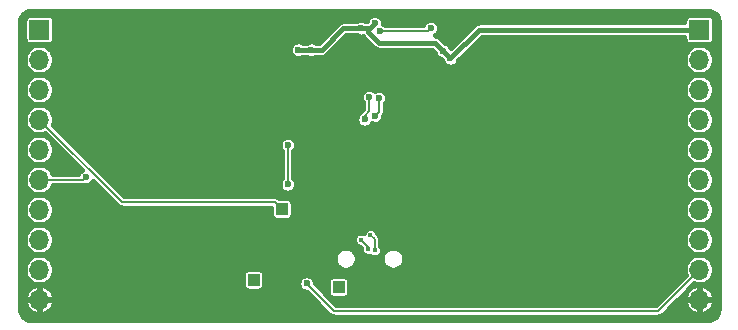
<source format=gtl>
G04 #@! TF.GenerationSoftware,KiCad,Pcbnew,5.1.5+dfsg1-2build2*
G04 #@! TF.CreationDate,2021-12-29T20:58:04+01:00*
G04 #@! TF.ProjectId,teebeutel_image_sensor,74656562-6575-4746-956c-5f696d616765,rev?*
G04 #@! TF.SameCoordinates,Original*
G04 #@! TF.FileFunction,Copper,L1,Top*
G04 #@! TF.FilePolarity,Positive*
%FSLAX46Y46*%
G04 Gerber Fmt 4.6, Leading zero omitted, Abs format (unit mm)*
G04 Created by KiCad (PCBNEW 5.1.5+dfsg1-2build2) date 2021-12-29 20:58:04*
%MOMM*%
%LPD*%
G04 APERTURE LIST*
%ADD10R,1.000000X1.000000*%
%ADD11O,1.700000X1.700000*%
%ADD12R,1.700000X1.700000*%
%ADD13C,0.600000*%
%ADD14C,0.400000*%
%ADD15C,0.200000*%
%ADD16C,0.150000*%
%ADD17C,0.127000*%
%ADD18C,0.400000*%
G04 APERTURE END LIST*
D10*
X90200000Y-101200000D03*
X92600000Y-95200000D03*
X97400000Y-101800000D03*
D11*
X127940000Y-102860000D03*
X127940000Y-100320000D03*
X127940000Y-97780000D03*
X127940000Y-95240000D03*
X127940000Y-92700000D03*
X127940000Y-90160000D03*
X127940000Y-87620000D03*
X127940000Y-85080000D03*
X127940000Y-82540000D03*
D12*
X127940000Y-80000000D03*
D11*
X72060000Y-102860000D03*
X72060000Y-100320000D03*
X72060000Y-97780000D03*
X72060000Y-95240000D03*
X72060000Y-92700000D03*
X72060000Y-90160000D03*
X72060000Y-87620000D03*
X72060000Y-85080000D03*
X72060000Y-82540000D03*
D12*
X72060000Y-80000000D03*
D13*
X99350000Y-81750000D03*
X100650000Y-81750000D03*
X101825000Y-78475000D03*
X97360000Y-79140000D03*
X98100000Y-83500000D03*
X103550000Y-79250000D03*
X101470000Y-86530000D03*
X99255000Y-86855000D03*
X99300000Y-102000000D03*
X99900000Y-101000000D03*
X97100000Y-97000000D03*
X92800000Y-96800000D03*
X106750000Y-92250000D03*
X104530000Y-93670000D03*
X98900000Y-88300000D03*
X74000000Y-88000000D03*
X94500000Y-95500000D03*
X91000000Y-95250000D03*
X98750000Y-94250000D03*
X99000000Y-92500000D03*
X100750000Y-93500000D03*
X103250000Y-96750000D03*
X101750000Y-98250000D03*
X98250000Y-100500000D03*
X92000000Y-101500000D03*
X89250000Y-99250000D03*
X91250000Y-97250000D03*
X94500000Y-86500000D03*
X99250000Y-84000000D03*
X97000000Y-86250000D03*
X105250000Y-84000000D03*
X107000000Y-85250000D03*
X104250000Y-85750000D03*
X106000000Y-90000000D03*
X107500000Y-79750000D03*
X125500000Y-81500000D03*
X124750000Y-102250000D03*
X126250000Y-100750000D03*
X112500000Y-102800000D03*
X108700000Y-102800000D03*
X111100000Y-98000000D03*
X113900000Y-97900000D03*
X116700000Y-95000000D03*
X116900000Y-97800000D03*
X119500000Y-97500000D03*
X125100000Y-97500000D03*
X125100000Y-94200000D03*
X119600000Y-94000000D03*
X108500000Y-88100000D03*
X108700000Y-85900000D03*
X114300000Y-87200000D03*
X86100000Y-87800000D03*
X88600000Y-87900000D03*
X84000000Y-94000000D03*
X81000000Y-94000000D03*
X84000000Y-95500000D03*
X81000000Y-95500000D03*
X77500000Y-94000000D03*
X77500000Y-92000000D03*
X81000000Y-92000000D03*
X84000000Y-92000000D03*
X84000000Y-89000000D03*
X81000000Y-89000000D03*
X77500000Y-89000000D03*
X74000000Y-85500000D03*
X74000000Y-90500000D03*
X89000000Y-95500000D03*
X89000000Y-94000000D03*
X99000000Y-103000000D03*
X95000000Y-103000000D03*
X87000000Y-99500000D03*
X84500000Y-99500000D03*
X100000000Y-85700000D03*
X99600000Y-87600000D03*
X76000000Y-92500000D03*
X100800000Y-85800000D03*
X100500000Y-87300000D03*
D14*
X100100000Y-97400000D03*
X100472990Y-98700000D03*
D13*
X100450002Y-79449998D03*
X99300000Y-79900000D03*
X106215000Y-81785000D03*
X106865000Y-82435000D03*
X95100000Y-81700000D03*
X94000000Y-81700000D03*
X93100000Y-93100000D03*
X93100000Y-89800000D03*
X100892690Y-80150000D03*
X105200000Y-79900000D03*
X94700000Y-101500000D03*
D14*
X99299990Y-97800000D03*
X99900000Y-98600000D03*
D15*
X99600000Y-87300000D02*
X99600000Y-87600000D01*
X100000000Y-86900000D02*
X99600000Y-87300000D01*
X100000000Y-85700000D02*
X100000000Y-86900000D01*
X72300000Y-92700000D02*
X72060000Y-92700000D01*
D16*
X75800000Y-92700000D02*
X76000000Y-92500000D01*
X72060000Y-92700000D02*
X75800000Y-92700000D01*
D15*
X100800000Y-87000000D02*
X100500000Y-87300000D01*
X100800000Y-85800000D02*
X100800000Y-87000000D01*
D17*
X100100000Y-97400000D02*
X100472990Y-97772990D01*
X100472990Y-97772990D02*
X100472990Y-98700000D01*
D16*
X92000000Y-94600000D02*
X92600000Y-95200000D01*
X79040000Y-94600000D02*
X92000000Y-94600000D01*
X72060000Y-87620000D02*
X79040000Y-94600000D01*
D18*
X106865000Y-82435000D02*
X105530000Y-81100000D01*
X105530000Y-81100000D02*
X100800000Y-81100000D01*
X100800000Y-81100000D02*
X99900000Y-80200000D01*
X99900000Y-80000000D02*
X100450002Y-79449998D01*
X99900000Y-80200000D02*
X99900000Y-80000000D01*
X96000000Y-81700000D02*
X95100000Y-81700000D01*
X97800000Y-79900000D02*
X96000000Y-81700000D01*
X99800000Y-79900000D02*
X97800000Y-79900000D01*
X99900000Y-80000000D02*
X99800000Y-79900000D01*
X94000000Y-81700000D02*
X96000000Y-81700000D01*
X109300000Y-80000000D02*
X106865000Y-82435000D01*
X127940000Y-80000000D02*
X109300000Y-80000000D01*
D16*
X93100000Y-93100000D02*
X93100000Y-89800000D01*
D15*
X104950000Y-80150000D02*
X105200000Y-79900000D01*
X100892690Y-80150000D02*
X104950000Y-80150000D01*
X124460000Y-103800000D02*
X97000000Y-103800000D01*
X97000000Y-103800000D02*
X94999999Y-101799999D01*
X127940000Y-100320000D02*
X124460000Y-103800000D01*
X94999999Y-101799999D02*
X94700000Y-101500000D01*
D17*
X99900000Y-98400010D02*
X99900000Y-98600000D01*
X99299990Y-97800000D02*
X99900000Y-98400010D01*
D18*
G36*
X128869747Y-78442722D02*
G01*
X129033027Y-78492019D01*
X129183621Y-78572091D01*
X129315797Y-78679891D01*
X129424516Y-78811310D01*
X129505638Y-78961343D01*
X129557070Y-79127491D01*
X129575000Y-79275630D01*
X129575001Y-103689000D01*
X129557278Y-103869747D01*
X129507981Y-104033027D01*
X129427909Y-104183621D01*
X129320109Y-104315798D01*
X129188693Y-104424514D01*
X129038657Y-104505638D01*
X128872509Y-104557070D01*
X128724370Y-104575000D01*
X71310990Y-104575000D01*
X71130253Y-104557278D01*
X70966973Y-104507981D01*
X70816379Y-104427909D01*
X70684202Y-104320109D01*
X70575486Y-104188693D01*
X70494362Y-104038657D01*
X70442930Y-103872509D01*
X70425000Y-103724370D01*
X70425000Y-103104771D01*
X70834199Y-103104771D01*
X70904795Y-103337500D01*
X71020148Y-103553694D01*
X71175461Y-103743230D01*
X71364767Y-103898824D01*
X71580790Y-104014497D01*
X71815229Y-104085803D01*
X72010000Y-104009002D01*
X72010000Y-102910000D01*
X72110000Y-102910000D01*
X72110000Y-104009002D01*
X72304771Y-104085803D01*
X72539210Y-104014497D01*
X72755233Y-103898824D01*
X72944539Y-103743230D01*
X73099852Y-103553694D01*
X73215205Y-103337500D01*
X73285801Y-103104771D01*
X73208913Y-102910000D01*
X72110000Y-102910000D01*
X72010000Y-102910000D01*
X70911087Y-102910000D01*
X70834199Y-103104771D01*
X70425000Y-103104771D01*
X70425000Y-102615229D01*
X70834199Y-102615229D01*
X70911087Y-102810000D01*
X72010000Y-102810000D01*
X72010000Y-101710998D01*
X72110000Y-101710998D01*
X72110000Y-102810000D01*
X73208913Y-102810000D01*
X73285801Y-102615229D01*
X73215205Y-102382500D01*
X73099852Y-102166306D01*
X72944539Y-101976770D01*
X72755233Y-101821176D01*
X72539210Y-101705503D01*
X72304771Y-101634197D01*
X72110000Y-101710998D01*
X72010000Y-101710998D01*
X71815229Y-101634197D01*
X71580790Y-101705503D01*
X71364767Y-101821176D01*
X71175461Y-101976770D01*
X71020148Y-102166306D01*
X70904795Y-102382500D01*
X70834199Y-102615229D01*
X70425000Y-102615229D01*
X70425000Y-100196886D01*
X70810000Y-100196886D01*
X70810000Y-100443114D01*
X70858037Y-100684611D01*
X70952265Y-100912097D01*
X71089062Y-101116828D01*
X71263172Y-101290938D01*
X71467903Y-101427735D01*
X71695389Y-101521963D01*
X71936886Y-101570000D01*
X72183114Y-101570000D01*
X72424611Y-101521963D01*
X72652097Y-101427735D01*
X72856828Y-101290938D01*
X73030938Y-101116828D01*
X73167735Y-100912097D01*
X73255588Y-100700000D01*
X89298065Y-100700000D01*
X89298065Y-101700000D01*
X89305788Y-101778414D01*
X89328660Y-101853814D01*
X89365803Y-101923303D01*
X89415789Y-101984211D01*
X89476697Y-102034197D01*
X89546186Y-102071340D01*
X89621586Y-102094212D01*
X89700000Y-102101935D01*
X90700000Y-102101935D01*
X90778414Y-102094212D01*
X90853814Y-102071340D01*
X90923303Y-102034197D01*
X90984211Y-101984211D01*
X91034197Y-101923303D01*
X91071340Y-101853814D01*
X91094212Y-101778414D01*
X91101935Y-101700000D01*
X91101935Y-101431056D01*
X94000000Y-101431056D01*
X94000000Y-101568944D01*
X94026901Y-101704182D01*
X94079668Y-101831574D01*
X94156274Y-101946224D01*
X94253776Y-102043726D01*
X94368426Y-102120332D01*
X94495818Y-102173099D01*
X94631056Y-102200000D01*
X94692895Y-102200000D01*
X96629080Y-104136187D01*
X96644736Y-104155264D01*
X96720871Y-104217746D01*
X96807733Y-104264175D01*
X96890343Y-104289234D01*
X96901983Y-104292765D01*
X97000000Y-104302419D01*
X97024560Y-104300000D01*
X124435440Y-104300000D01*
X124460000Y-104302419D01*
X124484560Y-104300000D01*
X124558017Y-104292765D01*
X124652267Y-104264175D01*
X124739129Y-104217746D01*
X124815264Y-104155264D01*
X124830929Y-104136176D01*
X125862334Y-103104771D01*
X126714199Y-103104771D01*
X126784795Y-103337500D01*
X126900148Y-103553694D01*
X127055461Y-103743230D01*
X127244767Y-103898824D01*
X127460790Y-104014497D01*
X127695229Y-104085803D01*
X127890000Y-104009002D01*
X127890000Y-102910000D01*
X127990000Y-102910000D01*
X127990000Y-104009002D01*
X128184771Y-104085803D01*
X128419210Y-104014497D01*
X128635233Y-103898824D01*
X128824539Y-103743230D01*
X128979852Y-103553694D01*
X129095205Y-103337500D01*
X129165801Y-103104771D01*
X129088913Y-102910000D01*
X127990000Y-102910000D01*
X127890000Y-102910000D01*
X126791087Y-102910000D01*
X126714199Y-103104771D01*
X125862334Y-103104771D01*
X126351876Y-102615229D01*
X126714199Y-102615229D01*
X126791087Y-102810000D01*
X127890000Y-102810000D01*
X127890000Y-101710998D01*
X127990000Y-101710998D01*
X127990000Y-102810000D01*
X129088913Y-102810000D01*
X129165801Y-102615229D01*
X129095205Y-102382500D01*
X128979852Y-102166306D01*
X128824539Y-101976770D01*
X128635233Y-101821176D01*
X128419210Y-101705503D01*
X128184771Y-101634197D01*
X127990000Y-101710998D01*
X127890000Y-101710998D01*
X127695229Y-101634197D01*
X127460790Y-101705503D01*
X127244767Y-101821176D01*
X127055461Y-101976770D01*
X126900148Y-102166306D01*
X126784795Y-102382500D01*
X126714199Y-102615229D01*
X126351876Y-102615229D01*
X127483291Y-101483815D01*
X127575389Y-101521963D01*
X127816886Y-101570000D01*
X128063114Y-101570000D01*
X128304611Y-101521963D01*
X128532097Y-101427735D01*
X128736828Y-101290938D01*
X128910938Y-101116828D01*
X129047735Y-100912097D01*
X129141963Y-100684611D01*
X129190000Y-100443114D01*
X129190000Y-100196886D01*
X129141963Y-99955389D01*
X129047735Y-99727903D01*
X128910938Y-99523172D01*
X128736828Y-99349062D01*
X128532097Y-99212265D01*
X128304611Y-99118037D01*
X128063114Y-99070000D01*
X127816886Y-99070000D01*
X127575389Y-99118037D01*
X127347903Y-99212265D01*
X127143172Y-99349062D01*
X126969062Y-99523172D01*
X126832265Y-99727903D01*
X126738037Y-99955389D01*
X126690000Y-100196886D01*
X126690000Y-100443114D01*
X126738037Y-100684611D01*
X126776185Y-100776709D01*
X124252895Y-103300000D01*
X97207107Y-103300000D01*
X95400000Y-101492895D01*
X95400000Y-101431056D01*
X95373931Y-101300000D01*
X96498065Y-101300000D01*
X96498065Y-102300000D01*
X96505788Y-102378414D01*
X96528660Y-102453814D01*
X96565803Y-102523303D01*
X96615789Y-102584211D01*
X96676697Y-102634197D01*
X96746186Y-102671340D01*
X96821586Y-102694212D01*
X96900000Y-102701935D01*
X97900000Y-102701935D01*
X97978414Y-102694212D01*
X98053814Y-102671340D01*
X98123303Y-102634197D01*
X98184211Y-102584211D01*
X98234197Y-102523303D01*
X98271340Y-102453814D01*
X98294212Y-102378414D01*
X98301935Y-102300000D01*
X98301935Y-101300000D01*
X98294212Y-101221586D01*
X98271340Y-101146186D01*
X98234197Y-101076697D01*
X98184211Y-101015789D01*
X98123303Y-100965803D01*
X98053814Y-100928660D01*
X97978414Y-100905788D01*
X97900000Y-100898065D01*
X96900000Y-100898065D01*
X96821586Y-100905788D01*
X96746186Y-100928660D01*
X96676697Y-100965803D01*
X96615789Y-101015789D01*
X96565803Y-101076697D01*
X96528660Y-101146186D01*
X96505788Y-101221586D01*
X96498065Y-101300000D01*
X95373931Y-101300000D01*
X95373099Y-101295818D01*
X95320332Y-101168426D01*
X95243726Y-101053776D01*
X95146224Y-100956274D01*
X95031574Y-100879668D01*
X94904182Y-100826901D01*
X94768944Y-100800000D01*
X94631056Y-100800000D01*
X94495818Y-100826901D01*
X94368426Y-100879668D01*
X94253776Y-100956274D01*
X94156274Y-101053776D01*
X94079668Y-101168426D01*
X94026901Y-101295818D01*
X94000000Y-101431056D01*
X91101935Y-101431056D01*
X91101935Y-100700000D01*
X91094212Y-100621586D01*
X91071340Y-100546186D01*
X91034197Y-100476697D01*
X90984211Y-100415789D01*
X90923303Y-100365803D01*
X90853814Y-100328660D01*
X90778414Y-100305788D01*
X90700000Y-100298065D01*
X89700000Y-100298065D01*
X89621586Y-100305788D01*
X89546186Y-100328660D01*
X89476697Y-100365803D01*
X89415789Y-100415789D01*
X89365803Y-100476697D01*
X89328660Y-100546186D01*
X89305788Y-100621586D01*
X89298065Y-100700000D01*
X73255588Y-100700000D01*
X73261963Y-100684611D01*
X73310000Y-100443114D01*
X73310000Y-100196886D01*
X73261963Y-99955389D01*
X73167735Y-99727903D01*
X73030938Y-99523172D01*
X72856828Y-99349062D01*
X72794438Y-99307374D01*
X97059550Y-99307374D01*
X97059550Y-99492626D01*
X97095691Y-99674319D01*
X97166584Y-99845470D01*
X97269505Y-99999502D01*
X97400498Y-100130495D01*
X97554530Y-100233416D01*
X97725681Y-100304309D01*
X97907374Y-100340450D01*
X98092626Y-100340450D01*
X98274319Y-100304309D01*
X98445470Y-100233416D01*
X98599502Y-100130495D01*
X98730495Y-99999502D01*
X98833416Y-99845470D01*
X98904309Y-99674319D01*
X98940450Y-99492626D01*
X98940450Y-99307374D01*
X101059550Y-99307374D01*
X101059550Y-99492626D01*
X101095691Y-99674319D01*
X101166584Y-99845470D01*
X101269505Y-99999502D01*
X101400498Y-100130495D01*
X101554530Y-100233416D01*
X101725681Y-100304309D01*
X101907374Y-100340450D01*
X102092626Y-100340450D01*
X102274319Y-100304309D01*
X102445470Y-100233416D01*
X102599502Y-100130495D01*
X102730495Y-99999502D01*
X102833416Y-99845470D01*
X102904309Y-99674319D01*
X102940450Y-99492626D01*
X102940450Y-99307374D01*
X102904309Y-99125681D01*
X102833416Y-98954530D01*
X102730495Y-98800498D01*
X102599502Y-98669505D01*
X102445470Y-98566584D01*
X102274319Y-98495691D01*
X102092626Y-98459550D01*
X101907374Y-98459550D01*
X101725681Y-98495691D01*
X101554530Y-98566584D01*
X101400498Y-98669505D01*
X101269505Y-98800498D01*
X101166584Y-98954530D01*
X101095691Y-99125681D01*
X101059550Y-99307374D01*
X98940450Y-99307374D01*
X98904309Y-99125681D01*
X98833416Y-98954530D01*
X98730495Y-98800498D01*
X98599502Y-98669505D01*
X98445470Y-98566584D01*
X98274319Y-98495691D01*
X98092626Y-98459550D01*
X97907374Y-98459550D01*
X97725681Y-98495691D01*
X97554530Y-98566584D01*
X97400498Y-98669505D01*
X97269505Y-98800498D01*
X97166584Y-98954530D01*
X97095691Y-99125681D01*
X97059550Y-99307374D01*
X72794438Y-99307374D01*
X72652097Y-99212265D01*
X72424611Y-99118037D01*
X72183114Y-99070000D01*
X71936886Y-99070000D01*
X71695389Y-99118037D01*
X71467903Y-99212265D01*
X71263172Y-99349062D01*
X71089062Y-99523172D01*
X70952265Y-99727903D01*
X70858037Y-99955389D01*
X70810000Y-100196886D01*
X70425000Y-100196886D01*
X70425000Y-97656886D01*
X70810000Y-97656886D01*
X70810000Y-97903114D01*
X70858037Y-98144611D01*
X70952265Y-98372097D01*
X71089062Y-98576828D01*
X71263172Y-98750938D01*
X71467903Y-98887735D01*
X71695389Y-98981963D01*
X71936886Y-99030000D01*
X72183114Y-99030000D01*
X72424611Y-98981963D01*
X72652097Y-98887735D01*
X72856828Y-98750938D01*
X73030938Y-98576828D01*
X73167735Y-98372097D01*
X73261963Y-98144611D01*
X73310000Y-97903114D01*
X73310000Y-97740905D01*
X98699990Y-97740905D01*
X98699990Y-97859095D01*
X98723048Y-97975014D01*
X98768277Y-98084207D01*
X98833940Y-98182478D01*
X98917512Y-98266050D01*
X99015783Y-98331713D01*
X99124976Y-98376942D01*
X99240895Y-98400000D01*
X99244503Y-98400000D01*
X99314170Y-98469668D01*
X99300000Y-98540905D01*
X99300000Y-98659095D01*
X99323058Y-98775014D01*
X99368287Y-98884207D01*
X99433950Y-98982478D01*
X99517522Y-99066050D01*
X99615793Y-99131713D01*
X99724986Y-99176942D01*
X99840905Y-99200000D01*
X99959095Y-99200000D01*
X100075014Y-99176942D01*
X100094644Y-99168811D01*
X100188783Y-99231713D01*
X100297976Y-99276942D01*
X100413895Y-99300000D01*
X100532085Y-99300000D01*
X100648004Y-99276942D01*
X100757197Y-99231713D01*
X100855468Y-99166050D01*
X100939040Y-99082478D01*
X101004703Y-98984207D01*
X101049932Y-98875014D01*
X101072990Y-98759095D01*
X101072990Y-98640905D01*
X101049932Y-98524986D01*
X101004703Y-98415793D01*
X100939040Y-98317522D01*
X100936490Y-98314972D01*
X100936490Y-97795744D01*
X100938731Y-97772990D01*
X100936490Y-97750236D01*
X100936490Y-97750226D01*
X100929783Y-97682128D01*
X100922127Y-97656886D01*
X126690000Y-97656886D01*
X126690000Y-97903114D01*
X126738037Y-98144611D01*
X126832265Y-98372097D01*
X126969062Y-98576828D01*
X127143172Y-98750938D01*
X127347903Y-98887735D01*
X127575389Y-98981963D01*
X127816886Y-99030000D01*
X128063114Y-99030000D01*
X128304611Y-98981963D01*
X128532097Y-98887735D01*
X128736828Y-98750938D01*
X128910938Y-98576828D01*
X129047735Y-98372097D01*
X129141963Y-98144611D01*
X129190000Y-97903114D01*
X129190000Y-97656886D01*
X129141963Y-97415389D01*
X129047735Y-97187903D01*
X128910938Y-96983172D01*
X128736828Y-96809062D01*
X128532097Y-96672265D01*
X128304611Y-96578037D01*
X128063114Y-96530000D01*
X127816886Y-96530000D01*
X127575389Y-96578037D01*
X127347903Y-96672265D01*
X127143172Y-96809062D01*
X126969062Y-96983172D01*
X126832265Y-97187903D01*
X126738037Y-97415389D01*
X126690000Y-97656886D01*
X100922127Y-97656886D01*
X100903280Y-97594758D01*
X100860240Y-97514238D01*
X100824486Y-97470671D01*
X100816830Y-97461342D01*
X100816827Y-97461339D01*
X100802319Y-97443661D01*
X100784642Y-97429154D01*
X100700000Y-97344512D01*
X100700000Y-97340905D01*
X100676942Y-97224986D01*
X100631713Y-97115793D01*
X100566050Y-97017522D01*
X100482478Y-96933950D01*
X100384207Y-96868287D01*
X100275014Y-96823058D01*
X100159095Y-96800000D01*
X100040905Y-96800000D01*
X99924986Y-96823058D01*
X99815793Y-96868287D01*
X99717522Y-96933950D01*
X99633950Y-97017522D01*
X99568287Y-97115793D01*
X99523058Y-97224986D01*
X99519754Y-97241594D01*
X99475004Y-97223058D01*
X99359085Y-97200000D01*
X99240895Y-97200000D01*
X99124976Y-97223058D01*
X99015783Y-97268287D01*
X98917512Y-97333950D01*
X98833940Y-97417522D01*
X98768277Y-97515793D01*
X98723048Y-97624986D01*
X98699990Y-97740905D01*
X73310000Y-97740905D01*
X73310000Y-97656886D01*
X73261963Y-97415389D01*
X73167735Y-97187903D01*
X73030938Y-96983172D01*
X72856828Y-96809062D01*
X72652097Y-96672265D01*
X72424611Y-96578037D01*
X72183114Y-96530000D01*
X71936886Y-96530000D01*
X71695389Y-96578037D01*
X71467903Y-96672265D01*
X71263172Y-96809062D01*
X71089062Y-96983172D01*
X70952265Y-97187903D01*
X70858037Y-97415389D01*
X70810000Y-97656886D01*
X70425000Y-97656886D01*
X70425000Y-95116886D01*
X70810000Y-95116886D01*
X70810000Y-95363114D01*
X70858037Y-95604611D01*
X70952265Y-95832097D01*
X71089062Y-96036828D01*
X71263172Y-96210938D01*
X71467903Y-96347735D01*
X71695389Y-96441963D01*
X71936886Y-96490000D01*
X72183114Y-96490000D01*
X72424611Y-96441963D01*
X72652097Y-96347735D01*
X72856828Y-96210938D01*
X73030938Y-96036828D01*
X73167735Y-95832097D01*
X73261963Y-95604611D01*
X73310000Y-95363114D01*
X73310000Y-95116886D01*
X73261963Y-94875389D01*
X73167735Y-94647903D01*
X73030938Y-94443172D01*
X72856828Y-94269062D01*
X72652097Y-94132265D01*
X72424611Y-94038037D01*
X72183114Y-93990000D01*
X71936886Y-93990000D01*
X71695389Y-94038037D01*
X71467903Y-94132265D01*
X71263172Y-94269062D01*
X71089062Y-94443172D01*
X70952265Y-94647903D01*
X70858037Y-94875389D01*
X70810000Y-95116886D01*
X70425000Y-95116886D01*
X70425000Y-90036886D01*
X70810000Y-90036886D01*
X70810000Y-90283114D01*
X70858037Y-90524611D01*
X70952265Y-90752097D01*
X71089062Y-90956828D01*
X71263172Y-91130938D01*
X71467903Y-91267735D01*
X71695389Y-91361963D01*
X71936886Y-91410000D01*
X72183114Y-91410000D01*
X72424611Y-91361963D01*
X72652097Y-91267735D01*
X72856828Y-91130938D01*
X73030938Y-90956828D01*
X73167735Y-90752097D01*
X73261963Y-90524611D01*
X73310000Y-90283114D01*
X73310000Y-90036886D01*
X73261963Y-89795389D01*
X73167735Y-89567903D01*
X73030938Y-89363172D01*
X72856828Y-89189062D01*
X72652097Y-89052265D01*
X72424611Y-88958037D01*
X72183114Y-88910000D01*
X71936886Y-88910000D01*
X71695389Y-88958037D01*
X71467903Y-89052265D01*
X71263172Y-89189062D01*
X71089062Y-89363172D01*
X70952265Y-89567903D01*
X70858037Y-89795389D01*
X70810000Y-90036886D01*
X70425000Y-90036886D01*
X70425000Y-87496886D01*
X70810000Y-87496886D01*
X70810000Y-87743114D01*
X70858037Y-87984611D01*
X70952265Y-88212097D01*
X71089062Y-88416828D01*
X71263172Y-88590938D01*
X71467903Y-88727735D01*
X71695389Y-88821963D01*
X71936886Y-88870000D01*
X72183114Y-88870000D01*
X72424611Y-88821963D01*
X72541709Y-88773459D01*
X75656132Y-91887883D01*
X75553776Y-91956274D01*
X75456274Y-92053776D01*
X75379668Y-92168426D01*
X75356235Y-92225000D01*
X73216238Y-92225000D01*
X73167735Y-92107903D01*
X73030938Y-91903172D01*
X72856828Y-91729062D01*
X72652097Y-91592265D01*
X72424611Y-91498037D01*
X72183114Y-91450000D01*
X71936886Y-91450000D01*
X71695389Y-91498037D01*
X71467903Y-91592265D01*
X71263172Y-91729062D01*
X71089062Y-91903172D01*
X70952265Y-92107903D01*
X70858037Y-92335389D01*
X70810000Y-92576886D01*
X70810000Y-92823114D01*
X70858037Y-93064611D01*
X70952265Y-93292097D01*
X71089062Y-93496828D01*
X71263172Y-93670938D01*
X71467903Y-93807735D01*
X71695389Y-93901963D01*
X71936886Y-93950000D01*
X72183114Y-93950000D01*
X72424611Y-93901963D01*
X72652097Y-93807735D01*
X72856828Y-93670938D01*
X73030938Y-93496828D01*
X73167735Y-93292097D01*
X73216238Y-93175000D01*
X75776668Y-93175000D01*
X75800000Y-93177298D01*
X75811322Y-93176183D01*
X75931056Y-93200000D01*
X76068944Y-93200000D01*
X76204182Y-93173099D01*
X76331574Y-93120332D01*
X76446224Y-93043726D01*
X76543726Y-92946224D01*
X76612117Y-92843869D01*
X78687625Y-94919377D01*
X78702499Y-94937501D01*
X78774827Y-94996859D01*
X78857346Y-95040966D01*
X78946884Y-95068127D01*
X79040000Y-95077298D01*
X79063332Y-95075000D01*
X91698065Y-95075000D01*
X91698065Y-95700000D01*
X91705788Y-95778414D01*
X91728660Y-95853814D01*
X91765803Y-95923303D01*
X91815789Y-95984211D01*
X91876697Y-96034197D01*
X91946186Y-96071340D01*
X92021586Y-96094212D01*
X92100000Y-96101935D01*
X93100000Y-96101935D01*
X93178414Y-96094212D01*
X93253814Y-96071340D01*
X93323303Y-96034197D01*
X93384211Y-95984211D01*
X93434197Y-95923303D01*
X93471340Y-95853814D01*
X93494212Y-95778414D01*
X93501935Y-95700000D01*
X93501935Y-95116886D01*
X126690000Y-95116886D01*
X126690000Y-95363114D01*
X126738037Y-95604611D01*
X126832265Y-95832097D01*
X126969062Y-96036828D01*
X127143172Y-96210938D01*
X127347903Y-96347735D01*
X127575389Y-96441963D01*
X127816886Y-96490000D01*
X128063114Y-96490000D01*
X128304611Y-96441963D01*
X128532097Y-96347735D01*
X128736828Y-96210938D01*
X128910938Y-96036828D01*
X129047735Y-95832097D01*
X129141963Y-95604611D01*
X129190000Y-95363114D01*
X129190000Y-95116886D01*
X129141963Y-94875389D01*
X129047735Y-94647903D01*
X128910938Y-94443172D01*
X128736828Y-94269062D01*
X128532097Y-94132265D01*
X128304611Y-94038037D01*
X128063114Y-93990000D01*
X127816886Y-93990000D01*
X127575389Y-94038037D01*
X127347903Y-94132265D01*
X127143172Y-94269062D01*
X126969062Y-94443172D01*
X126832265Y-94647903D01*
X126738037Y-94875389D01*
X126690000Y-95116886D01*
X93501935Y-95116886D01*
X93501935Y-94700000D01*
X93494212Y-94621586D01*
X93471340Y-94546186D01*
X93434197Y-94476697D01*
X93384211Y-94415789D01*
X93323303Y-94365803D01*
X93253814Y-94328660D01*
X93178414Y-94305788D01*
X93100000Y-94298065D01*
X92369815Y-94298065D01*
X92352384Y-94280634D01*
X92337501Y-94262499D01*
X92265173Y-94203141D01*
X92182654Y-94159034D01*
X92093116Y-94131873D01*
X92023332Y-94125000D01*
X92000000Y-94122702D01*
X91976668Y-94125000D01*
X79236752Y-94125000D01*
X74842807Y-89731056D01*
X92400000Y-89731056D01*
X92400000Y-89868944D01*
X92426901Y-90004182D01*
X92479668Y-90131574D01*
X92556274Y-90246224D01*
X92625001Y-90314951D01*
X92625000Y-92585050D01*
X92556274Y-92653776D01*
X92479668Y-92768426D01*
X92426901Y-92895818D01*
X92400000Y-93031056D01*
X92400000Y-93168944D01*
X92426901Y-93304182D01*
X92479668Y-93431574D01*
X92556274Y-93546224D01*
X92653776Y-93643726D01*
X92768426Y-93720332D01*
X92895818Y-93773099D01*
X93031056Y-93800000D01*
X93168944Y-93800000D01*
X93304182Y-93773099D01*
X93431574Y-93720332D01*
X93546224Y-93643726D01*
X93643726Y-93546224D01*
X93720332Y-93431574D01*
X93773099Y-93304182D01*
X93800000Y-93168944D01*
X93800000Y-93031056D01*
X93773099Y-92895818D01*
X93720332Y-92768426D01*
X93643726Y-92653776D01*
X93575000Y-92585050D01*
X93575000Y-92576886D01*
X126690000Y-92576886D01*
X126690000Y-92823114D01*
X126738037Y-93064611D01*
X126832265Y-93292097D01*
X126969062Y-93496828D01*
X127143172Y-93670938D01*
X127347903Y-93807735D01*
X127575389Y-93901963D01*
X127816886Y-93950000D01*
X128063114Y-93950000D01*
X128304611Y-93901963D01*
X128532097Y-93807735D01*
X128736828Y-93670938D01*
X128910938Y-93496828D01*
X129047735Y-93292097D01*
X129141963Y-93064611D01*
X129190000Y-92823114D01*
X129190000Y-92576886D01*
X129141963Y-92335389D01*
X129047735Y-92107903D01*
X128910938Y-91903172D01*
X128736828Y-91729062D01*
X128532097Y-91592265D01*
X128304611Y-91498037D01*
X128063114Y-91450000D01*
X127816886Y-91450000D01*
X127575389Y-91498037D01*
X127347903Y-91592265D01*
X127143172Y-91729062D01*
X126969062Y-91903172D01*
X126832265Y-92107903D01*
X126738037Y-92335389D01*
X126690000Y-92576886D01*
X93575000Y-92576886D01*
X93575000Y-90314950D01*
X93643726Y-90246224D01*
X93720332Y-90131574D01*
X93759552Y-90036886D01*
X126690000Y-90036886D01*
X126690000Y-90283114D01*
X126738037Y-90524611D01*
X126832265Y-90752097D01*
X126969062Y-90956828D01*
X127143172Y-91130938D01*
X127347903Y-91267735D01*
X127575389Y-91361963D01*
X127816886Y-91410000D01*
X128063114Y-91410000D01*
X128304611Y-91361963D01*
X128532097Y-91267735D01*
X128736828Y-91130938D01*
X128910938Y-90956828D01*
X129047735Y-90752097D01*
X129141963Y-90524611D01*
X129190000Y-90283114D01*
X129190000Y-90036886D01*
X129141963Y-89795389D01*
X129047735Y-89567903D01*
X128910938Y-89363172D01*
X128736828Y-89189062D01*
X128532097Y-89052265D01*
X128304611Y-88958037D01*
X128063114Y-88910000D01*
X127816886Y-88910000D01*
X127575389Y-88958037D01*
X127347903Y-89052265D01*
X127143172Y-89189062D01*
X126969062Y-89363172D01*
X126832265Y-89567903D01*
X126738037Y-89795389D01*
X126690000Y-90036886D01*
X93759552Y-90036886D01*
X93773099Y-90004182D01*
X93800000Y-89868944D01*
X93800000Y-89731056D01*
X93773099Y-89595818D01*
X93720332Y-89468426D01*
X93643726Y-89353776D01*
X93546224Y-89256274D01*
X93431574Y-89179668D01*
X93304182Y-89126901D01*
X93168944Y-89100000D01*
X93031056Y-89100000D01*
X92895818Y-89126901D01*
X92768426Y-89179668D01*
X92653776Y-89256274D01*
X92556274Y-89353776D01*
X92479668Y-89468426D01*
X92426901Y-89595818D01*
X92400000Y-89731056D01*
X74842807Y-89731056D01*
X73213459Y-88101709D01*
X73261963Y-87984611D01*
X73310000Y-87743114D01*
X73310000Y-87531056D01*
X98900000Y-87531056D01*
X98900000Y-87668944D01*
X98926901Y-87804182D01*
X98979668Y-87931574D01*
X99056274Y-88046224D01*
X99153776Y-88143726D01*
X99268426Y-88220332D01*
X99395818Y-88273099D01*
X99531056Y-88300000D01*
X99668944Y-88300000D01*
X99804182Y-88273099D01*
X99931574Y-88220332D01*
X100046224Y-88143726D01*
X100143726Y-88046224D01*
X100214964Y-87939608D01*
X100295818Y-87973099D01*
X100431056Y-88000000D01*
X100568944Y-88000000D01*
X100704182Y-87973099D01*
X100831574Y-87920332D01*
X100946224Y-87843726D01*
X101043726Y-87746224D01*
X101120332Y-87631574D01*
X101173099Y-87504182D01*
X101174550Y-87496886D01*
X126690000Y-87496886D01*
X126690000Y-87743114D01*
X126738037Y-87984611D01*
X126832265Y-88212097D01*
X126969062Y-88416828D01*
X127143172Y-88590938D01*
X127347903Y-88727735D01*
X127575389Y-88821963D01*
X127816886Y-88870000D01*
X128063114Y-88870000D01*
X128304611Y-88821963D01*
X128532097Y-88727735D01*
X128736828Y-88590938D01*
X128910938Y-88416828D01*
X129047735Y-88212097D01*
X129141963Y-87984611D01*
X129190000Y-87743114D01*
X129190000Y-87496886D01*
X129141963Y-87255389D01*
X129047735Y-87027903D01*
X128910938Y-86823172D01*
X128736828Y-86649062D01*
X128532097Y-86512265D01*
X128304611Y-86418037D01*
X128063114Y-86370000D01*
X127816886Y-86370000D01*
X127575389Y-86418037D01*
X127347903Y-86512265D01*
X127143172Y-86649062D01*
X126969062Y-86823172D01*
X126832265Y-87027903D01*
X126738037Y-87255389D01*
X126690000Y-87496886D01*
X101174550Y-87496886D01*
X101200000Y-87368944D01*
X101200000Y-87300753D01*
X101217746Y-87279129D01*
X101264175Y-87192267D01*
X101292765Y-87098017D01*
X101300000Y-87024560D01*
X101300000Y-87024559D01*
X101302419Y-87000001D01*
X101300000Y-86975443D01*
X101300000Y-86289950D01*
X101343726Y-86246224D01*
X101420332Y-86131574D01*
X101473099Y-86004182D01*
X101500000Y-85868944D01*
X101500000Y-85731056D01*
X101473099Y-85595818D01*
X101420332Y-85468426D01*
X101343726Y-85353776D01*
X101246224Y-85256274D01*
X101131574Y-85179668D01*
X101004182Y-85126901D01*
X100868944Y-85100000D01*
X100731056Y-85100000D01*
X100595818Y-85126901D01*
X100469269Y-85179319D01*
X100446224Y-85156274D01*
X100331574Y-85079668D01*
X100204182Y-85026901D01*
X100068944Y-85000000D01*
X99931056Y-85000000D01*
X99795818Y-85026901D01*
X99668426Y-85079668D01*
X99553776Y-85156274D01*
X99456274Y-85253776D01*
X99379668Y-85368426D01*
X99326901Y-85495818D01*
X99300000Y-85631056D01*
X99300000Y-85768944D01*
X99326901Y-85904182D01*
X99379668Y-86031574D01*
X99456274Y-86146224D01*
X99500000Y-86189950D01*
X99500001Y-86692893D01*
X99263823Y-86929072D01*
X99244736Y-86944736D01*
X99182254Y-87020871D01*
X99168639Y-87046343D01*
X99153776Y-87056274D01*
X99056274Y-87153776D01*
X98979668Y-87268426D01*
X98926901Y-87395818D01*
X98900000Y-87531056D01*
X73310000Y-87531056D01*
X73310000Y-87496886D01*
X73261963Y-87255389D01*
X73167735Y-87027903D01*
X73030938Y-86823172D01*
X72856828Y-86649062D01*
X72652097Y-86512265D01*
X72424611Y-86418037D01*
X72183114Y-86370000D01*
X71936886Y-86370000D01*
X71695389Y-86418037D01*
X71467903Y-86512265D01*
X71263172Y-86649062D01*
X71089062Y-86823172D01*
X70952265Y-87027903D01*
X70858037Y-87255389D01*
X70810000Y-87496886D01*
X70425000Y-87496886D01*
X70425000Y-84956886D01*
X70810000Y-84956886D01*
X70810000Y-85203114D01*
X70858037Y-85444611D01*
X70952265Y-85672097D01*
X71089062Y-85876828D01*
X71263172Y-86050938D01*
X71467903Y-86187735D01*
X71695389Y-86281963D01*
X71936886Y-86330000D01*
X72183114Y-86330000D01*
X72424611Y-86281963D01*
X72652097Y-86187735D01*
X72856828Y-86050938D01*
X73030938Y-85876828D01*
X73167735Y-85672097D01*
X73261963Y-85444611D01*
X73310000Y-85203114D01*
X73310000Y-84956886D01*
X126690000Y-84956886D01*
X126690000Y-85203114D01*
X126738037Y-85444611D01*
X126832265Y-85672097D01*
X126969062Y-85876828D01*
X127143172Y-86050938D01*
X127347903Y-86187735D01*
X127575389Y-86281963D01*
X127816886Y-86330000D01*
X128063114Y-86330000D01*
X128304611Y-86281963D01*
X128532097Y-86187735D01*
X128736828Y-86050938D01*
X128910938Y-85876828D01*
X129047735Y-85672097D01*
X129141963Y-85444611D01*
X129190000Y-85203114D01*
X129190000Y-84956886D01*
X129141963Y-84715389D01*
X129047735Y-84487903D01*
X128910938Y-84283172D01*
X128736828Y-84109062D01*
X128532097Y-83972265D01*
X128304611Y-83878037D01*
X128063114Y-83830000D01*
X127816886Y-83830000D01*
X127575389Y-83878037D01*
X127347903Y-83972265D01*
X127143172Y-84109062D01*
X126969062Y-84283172D01*
X126832265Y-84487903D01*
X126738037Y-84715389D01*
X126690000Y-84956886D01*
X73310000Y-84956886D01*
X73261963Y-84715389D01*
X73167735Y-84487903D01*
X73030938Y-84283172D01*
X72856828Y-84109062D01*
X72652097Y-83972265D01*
X72424611Y-83878037D01*
X72183114Y-83830000D01*
X71936886Y-83830000D01*
X71695389Y-83878037D01*
X71467903Y-83972265D01*
X71263172Y-84109062D01*
X71089062Y-84283172D01*
X70952265Y-84487903D01*
X70858037Y-84715389D01*
X70810000Y-84956886D01*
X70425000Y-84956886D01*
X70425000Y-82416886D01*
X70810000Y-82416886D01*
X70810000Y-82663114D01*
X70858037Y-82904611D01*
X70952265Y-83132097D01*
X71089062Y-83336828D01*
X71263172Y-83510938D01*
X71467903Y-83647735D01*
X71695389Y-83741963D01*
X71936886Y-83790000D01*
X72183114Y-83790000D01*
X72424611Y-83741963D01*
X72652097Y-83647735D01*
X72856828Y-83510938D01*
X73030938Y-83336828D01*
X73167735Y-83132097D01*
X73261963Y-82904611D01*
X73310000Y-82663114D01*
X73310000Y-82416886D01*
X73261963Y-82175389D01*
X73167735Y-81947903D01*
X73030938Y-81743172D01*
X72918822Y-81631056D01*
X93300000Y-81631056D01*
X93300000Y-81768944D01*
X93326901Y-81904182D01*
X93379668Y-82031574D01*
X93456274Y-82146224D01*
X93553776Y-82243726D01*
X93668426Y-82320332D01*
X93795818Y-82373099D01*
X93931056Y-82400000D01*
X94068944Y-82400000D01*
X94204182Y-82373099D01*
X94331574Y-82320332D01*
X94362003Y-82300000D01*
X94737997Y-82300000D01*
X94768426Y-82320332D01*
X94895818Y-82373099D01*
X95031056Y-82400000D01*
X95168944Y-82400000D01*
X95304182Y-82373099D01*
X95431574Y-82320332D01*
X95462003Y-82300000D01*
X95970526Y-82300000D01*
X96000000Y-82302903D01*
X96029474Y-82300000D01*
X96117621Y-82291318D01*
X96230721Y-82257010D01*
X96334955Y-82201296D01*
X96426317Y-82126317D01*
X96445113Y-82103414D01*
X98048529Y-80500000D01*
X98937997Y-80500000D01*
X98968426Y-80520332D01*
X99095818Y-80573099D01*
X99231056Y-80600000D01*
X99368944Y-80600000D01*
X99440418Y-80585783D01*
X99473683Y-80626317D01*
X99496586Y-80645113D01*
X100354891Y-81503419D01*
X100373683Y-81526317D01*
X100465045Y-81601296D01*
X100569279Y-81657010D01*
X100682379Y-81691318D01*
X100799999Y-81702903D01*
X100829473Y-81700000D01*
X105281473Y-81700000D01*
X105534761Y-81953289D01*
X105541901Y-81989182D01*
X105594668Y-82116574D01*
X105671274Y-82231224D01*
X105768776Y-82328726D01*
X105883426Y-82405332D01*
X106010818Y-82458099D01*
X106046711Y-82465239D01*
X106184761Y-82603289D01*
X106191901Y-82639182D01*
X106244668Y-82766574D01*
X106321274Y-82881224D01*
X106418776Y-82978726D01*
X106533426Y-83055332D01*
X106660818Y-83108099D01*
X106796056Y-83135000D01*
X106933944Y-83135000D01*
X107069182Y-83108099D01*
X107196574Y-83055332D01*
X107311224Y-82978726D01*
X107408726Y-82881224D01*
X107485332Y-82766574D01*
X107538099Y-82639182D01*
X107545239Y-82603288D01*
X107731641Y-82416886D01*
X126690000Y-82416886D01*
X126690000Y-82663114D01*
X126738037Y-82904611D01*
X126832265Y-83132097D01*
X126969062Y-83336828D01*
X127143172Y-83510938D01*
X127347903Y-83647735D01*
X127575389Y-83741963D01*
X127816886Y-83790000D01*
X128063114Y-83790000D01*
X128304611Y-83741963D01*
X128532097Y-83647735D01*
X128736828Y-83510938D01*
X128910938Y-83336828D01*
X129047735Y-83132097D01*
X129141963Y-82904611D01*
X129190000Y-82663114D01*
X129190000Y-82416886D01*
X129141963Y-82175389D01*
X129047735Y-81947903D01*
X128910938Y-81743172D01*
X128736828Y-81569062D01*
X128532097Y-81432265D01*
X128304611Y-81338037D01*
X128063114Y-81290000D01*
X127816886Y-81290000D01*
X127575389Y-81338037D01*
X127347903Y-81432265D01*
X127143172Y-81569062D01*
X126969062Y-81743172D01*
X126832265Y-81947903D01*
X126738037Y-82175389D01*
X126690000Y-82416886D01*
X107731641Y-82416886D01*
X109548528Y-80600000D01*
X126688065Y-80600000D01*
X126688065Y-80850000D01*
X126695788Y-80928414D01*
X126718660Y-81003814D01*
X126755803Y-81073303D01*
X126805789Y-81134211D01*
X126866697Y-81184197D01*
X126936186Y-81221340D01*
X127011586Y-81244212D01*
X127090000Y-81251935D01*
X128790000Y-81251935D01*
X128868414Y-81244212D01*
X128943814Y-81221340D01*
X129013303Y-81184197D01*
X129074211Y-81134211D01*
X129124197Y-81073303D01*
X129161340Y-81003814D01*
X129184212Y-80928414D01*
X129191935Y-80850000D01*
X129191935Y-79150000D01*
X129184212Y-79071586D01*
X129161340Y-78996186D01*
X129124197Y-78926697D01*
X129074211Y-78865789D01*
X129013303Y-78815803D01*
X128943814Y-78778660D01*
X128868414Y-78755788D01*
X128790000Y-78748065D01*
X127090000Y-78748065D01*
X127011586Y-78755788D01*
X126936186Y-78778660D01*
X126866697Y-78815803D01*
X126805789Y-78865789D01*
X126755803Y-78926697D01*
X126718660Y-78996186D01*
X126695788Y-79071586D01*
X126688065Y-79150000D01*
X126688065Y-79400000D01*
X109329473Y-79400000D01*
X109299999Y-79397097D01*
X109197060Y-79407236D01*
X109182379Y-79408682D01*
X109069279Y-79442990D01*
X108965045Y-79498704D01*
X108873683Y-79573683D01*
X108854894Y-79596578D01*
X106882990Y-81568483D01*
X106835332Y-81453426D01*
X106758726Y-81338776D01*
X106661224Y-81241274D01*
X106546574Y-81164668D01*
X106419182Y-81111901D01*
X106383289Y-81104761D01*
X105975113Y-80696586D01*
X105956317Y-80673683D01*
X105864955Y-80598704D01*
X105760721Y-80542990D01*
X105647621Y-80508682D01*
X105561678Y-80500217D01*
X105646224Y-80443726D01*
X105743726Y-80346224D01*
X105820332Y-80231574D01*
X105873099Y-80104182D01*
X105900000Y-79968944D01*
X105900000Y-79831056D01*
X105873099Y-79695818D01*
X105820332Y-79568426D01*
X105743726Y-79453776D01*
X105646224Y-79356274D01*
X105531574Y-79279668D01*
X105404182Y-79226901D01*
X105268944Y-79200000D01*
X105131056Y-79200000D01*
X104995818Y-79226901D01*
X104868426Y-79279668D01*
X104753776Y-79356274D01*
X104656274Y-79453776D01*
X104579668Y-79568426D01*
X104545879Y-79650000D01*
X101382640Y-79650000D01*
X101338914Y-79606274D01*
X101224264Y-79529668D01*
X101150002Y-79498908D01*
X101150002Y-79381054D01*
X101123101Y-79245816D01*
X101070334Y-79118424D01*
X100993728Y-79003774D01*
X100896226Y-78906272D01*
X100781576Y-78829666D01*
X100654184Y-78776899D01*
X100518946Y-78749998D01*
X100381058Y-78749998D01*
X100245820Y-78776899D01*
X100118428Y-78829666D01*
X100003778Y-78906272D01*
X99906276Y-79003774D01*
X99829670Y-79118424D01*
X99776903Y-79245816D01*
X99769763Y-79281709D01*
X99751472Y-79300000D01*
X99662003Y-79300000D01*
X99631574Y-79279668D01*
X99504182Y-79226901D01*
X99368944Y-79200000D01*
X99231056Y-79200000D01*
X99095818Y-79226901D01*
X98968426Y-79279668D01*
X98937997Y-79300000D01*
X97829465Y-79300000D01*
X97799999Y-79297098D01*
X97770533Y-79300000D01*
X97770526Y-79300000D01*
X97693640Y-79307573D01*
X97682378Y-79308682D01*
X97648070Y-79319089D01*
X97569279Y-79342990D01*
X97465045Y-79398704D01*
X97373683Y-79473683D01*
X97354896Y-79496575D01*
X95751473Y-81100000D01*
X95462003Y-81100000D01*
X95431574Y-81079668D01*
X95304182Y-81026901D01*
X95168944Y-81000000D01*
X95031056Y-81000000D01*
X94895818Y-81026901D01*
X94768426Y-81079668D01*
X94737997Y-81100000D01*
X94362003Y-81100000D01*
X94331574Y-81079668D01*
X94204182Y-81026901D01*
X94068944Y-81000000D01*
X93931056Y-81000000D01*
X93795818Y-81026901D01*
X93668426Y-81079668D01*
X93553776Y-81156274D01*
X93456274Y-81253776D01*
X93379668Y-81368426D01*
X93326901Y-81495818D01*
X93300000Y-81631056D01*
X72918822Y-81631056D01*
X72856828Y-81569062D01*
X72652097Y-81432265D01*
X72424611Y-81338037D01*
X72183114Y-81290000D01*
X71936886Y-81290000D01*
X71695389Y-81338037D01*
X71467903Y-81432265D01*
X71263172Y-81569062D01*
X71089062Y-81743172D01*
X70952265Y-81947903D01*
X70858037Y-82175389D01*
X70810000Y-82416886D01*
X70425000Y-82416886D01*
X70425000Y-79310989D01*
X70440785Y-79150000D01*
X70808065Y-79150000D01*
X70808065Y-80850000D01*
X70815788Y-80928414D01*
X70838660Y-81003814D01*
X70875803Y-81073303D01*
X70925789Y-81134211D01*
X70986697Y-81184197D01*
X71056186Y-81221340D01*
X71131586Y-81244212D01*
X71210000Y-81251935D01*
X72910000Y-81251935D01*
X72988414Y-81244212D01*
X73063814Y-81221340D01*
X73133303Y-81184197D01*
X73194211Y-81134211D01*
X73244197Y-81073303D01*
X73281340Y-81003814D01*
X73304212Y-80928414D01*
X73311935Y-80850000D01*
X73311935Y-79150000D01*
X73304212Y-79071586D01*
X73281340Y-78996186D01*
X73244197Y-78926697D01*
X73194211Y-78865789D01*
X73133303Y-78815803D01*
X73063814Y-78778660D01*
X72988414Y-78755788D01*
X72910000Y-78748065D01*
X71210000Y-78748065D01*
X71131586Y-78755788D01*
X71056186Y-78778660D01*
X70986697Y-78815803D01*
X70925789Y-78865789D01*
X70875803Y-78926697D01*
X70838660Y-78996186D01*
X70815788Y-79071586D01*
X70808065Y-79150000D01*
X70440785Y-79150000D01*
X70442722Y-79130253D01*
X70492019Y-78966973D01*
X70572091Y-78816379D01*
X70679891Y-78684203D01*
X70811310Y-78575484D01*
X70961343Y-78494362D01*
X71127491Y-78442930D01*
X71275636Y-78424999D01*
X128679207Y-78424039D01*
X128869747Y-78442722D01*
G37*
X128869747Y-78442722D02*
X129033027Y-78492019D01*
X129183621Y-78572091D01*
X129315797Y-78679891D01*
X129424516Y-78811310D01*
X129505638Y-78961343D01*
X129557070Y-79127491D01*
X129575000Y-79275630D01*
X129575001Y-103689000D01*
X129557278Y-103869747D01*
X129507981Y-104033027D01*
X129427909Y-104183621D01*
X129320109Y-104315798D01*
X129188693Y-104424514D01*
X129038657Y-104505638D01*
X128872509Y-104557070D01*
X128724370Y-104575000D01*
X71310990Y-104575000D01*
X71130253Y-104557278D01*
X70966973Y-104507981D01*
X70816379Y-104427909D01*
X70684202Y-104320109D01*
X70575486Y-104188693D01*
X70494362Y-104038657D01*
X70442930Y-103872509D01*
X70425000Y-103724370D01*
X70425000Y-103104771D01*
X70834199Y-103104771D01*
X70904795Y-103337500D01*
X71020148Y-103553694D01*
X71175461Y-103743230D01*
X71364767Y-103898824D01*
X71580790Y-104014497D01*
X71815229Y-104085803D01*
X72010000Y-104009002D01*
X72010000Y-102910000D01*
X72110000Y-102910000D01*
X72110000Y-104009002D01*
X72304771Y-104085803D01*
X72539210Y-104014497D01*
X72755233Y-103898824D01*
X72944539Y-103743230D01*
X73099852Y-103553694D01*
X73215205Y-103337500D01*
X73285801Y-103104771D01*
X73208913Y-102910000D01*
X72110000Y-102910000D01*
X72010000Y-102910000D01*
X70911087Y-102910000D01*
X70834199Y-103104771D01*
X70425000Y-103104771D01*
X70425000Y-102615229D01*
X70834199Y-102615229D01*
X70911087Y-102810000D01*
X72010000Y-102810000D01*
X72010000Y-101710998D01*
X72110000Y-101710998D01*
X72110000Y-102810000D01*
X73208913Y-102810000D01*
X73285801Y-102615229D01*
X73215205Y-102382500D01*
X73099852Y-102166306D01*
X72944539Y-101976770D01*
X72755233Y-101821176D01*
X72539210Y-101705503D01*
X72304771Y-101634197D01*
X72110000Y-101710998D01*
X72010000Y-101710998D01*
X71815229Y-101634197D01*
X71580790Y-101705503D01*
X71364767Y-101821176D01*
X71175461Y-101976770D01*
X71020148Y-102166306D01*
X70904795Y-102382500D01*
X70834199Y-102615229D01*
X70425000Y-102615229D01*
X70425000Y-100196886D01*
X70810000Y-100196886D01*
X70810000Y-100443114D01*
X70858037Y-100684611D01*
X70952265Y-100912097D01*
X71089062Y-101116828D01*
X71263172Y-101290938D01*
X71467903Y-101427735D01*
X71695389Y-101521963D01*
X71936886Y-101570000D01*
X72183114Y-101570000D01*
X72424611Y-101521963D01*
X72652097Y-101427735D01*
X72856828Y-101290938D01*
X73030938Y-101116828D01*
X73167735Y-100912097D01*
X73255588Y-100700000D01*
X89298065Y-100700000D01*
X89298065Y-101700000D01*
X89305788Y-101778414D01*
X89328660Y-101853814D01*
X89365803Y-101923303D01*
X89415789Y-101984211D01*
X89476697Y-102034197D01*
X89546186Y-102071340D01*
X89621586Y-102094212D01*
X89700000Y-102101935D01*
X90700000Y-102101935D01*
X90778414Y-102094212D01*
X90853814Y-102071340D01*
X90923303Y-102034197D01*
X90984211Y-101984211D01*
X91034197Y-101923303D01*
X91071340Y-101853814D01*
X91094212Y-101778414D01*
X91101935Y-101700000D01*
X91101935Y-101431056D01*
X94000000Y-101431056D01*
X94000000Y-101568944D01*
X94026901Y-101704182D01*
X94079668Y-101831574D01*
X94156274Y-101946224D01*
X94253776Y-102043726D01*
X94368426Y-102120332D01*
X94495818Y-102173099D01*
X94631056Y-102200000D01*
X94692895Y-102200000D01*
X96629080Y-104136187D01*
X96644736Y-104155264D01*
X96720871Y-104217746D01*
X96807733Y-104264175D01*
X96890343Y-104289234D01*
X96901983Y-104292765D01*
X97000000Y-104302419D01*
X97024560Y-104300000D01*
X124435440Y-104300000D01*
X124460000Y-104302419D01*
X124484560Y-104300000D01*
X124558017Y-104292765D01*
X124652267Y-104264175D01*
X124739129Y-104217746D01*
X124815264Y-104155264D01*
X124830929Y-104136176D01*
X125862334Y-103104771D01*
X126714199Y-103104771D01*
X126784795Y-103337500D01*
X126900148Y-103553694D01*
X127055461Y-103743230D01*
X127244767Y-103898824D01*
X127460790Y-104014497D01*
X127695229Y-104085803D01*
X127890000Y-104009002D01*
X127890000Y-102910000D01*
X127990000Y-102910000D01*
X127990000Y-104009002D01*
X128184771Y-104085803D01*
X128419210Y-104014497D01*
X128635233Y-103898824D01*
X128824539Y-103743230D01*
X128979852Y-103553694D01*
X129095205Y-103337500D01*
X129165801Y-103104771D01*
X129088913Y-102910000D01*
X127990000Y-102910000D01*
X127890000Y-102910000D01*
X126791087Y-102910000D01*
X126714199Y-103104771D01*
X125862334Y-103104771D01*
X126351876Y-102615229D01*
X126714199Y-102615229D01*
X126791087Y-102810000D01*
X127890000Y-102810000D01*
X127890000Y-101710998D01*
X127990000Y-101710998D01*
X127990000Y-102810000D01*
X129088913Y-102810000D01*
X129165801Y-102615229D01*
X129095205Y-102382500D01*
X128979852Y-102166306D01*
X128824539Y-101976770D01*
X128635233Y-101821176D01*
X128419210Y-101705503D01*
X128184771Y-101634197D01*
X127990000Y-101710998D01*
X127890000Y-101710998D01*
X127695229Y-101634197D01*
X127460790Y-101705503D01*
X127244767Y-101821176D01*
X127055461Y-101976770D01*
X126900148Y-102166306D01*
X126784795Y-102382500D01*
X126714199Y-102615229D01*
X126351876Y-102615229D01*
X127483291Y-101483815D01*
X127575389Y-101521963D01*
X127816886Y-101570000D01*
X128063114Y-101570000D01*
X128304611Y-101521963D01*
X128532097Y-101427735D01*
X128736828Y-101290938D01*
X128910938Y-101116828D01*
X129047735Y-100912097D01*
X129141963Y-100684611D01*
X129190000Y-100443114D01*
X129190000Y-100196886D01*
X129141963Y-99955389D01*
X129047735Y-99727903D01*
X128910938Y-99523172D01*
X128736828Y-99349062D01*
X128532097Y-99212265D01*
X128304611Y-99118037D01*
X128063114Y-99070000D01*
X127816886Y-99070000D01*
X127575389Y-99118037D01*
X127347903Y-99212265D01*
X127143172Y-99349062D01*
X126969062Y-99523172D01*
X126832265Y-99727903D01*
X126738037Y-99955389D01*
X126690000Y-100196886D01*
X126690000Y-100443114D01*
X126738037Y-100684611D01*
X126776185Y-100776709D01*
X124252895Y-103300000D01*
X97207107Y-103300000D01*
X95400000Y-101492895D01*
X95400000Y-101431056D01*
X95373931Y-101300000D01*
X96498065Y-101300000D01*
X96498065Y-102300000D01*
X96505788Y-102378414D01*
X96528660Y-102453814D01*
X96565803Y-102523303D01*
X96615789Y-102584211D01*
X96676697Y-102634197D01*
X96746186Y-102671340D01*
X96821586Y-102694212D01*
X96900000Y-102701935D01*
X97900000Y-102701935D01*
X97978414Y-102694212D01*
X98053814Y-102671340D01*
X98123303Y-102634197D01*
X98184211Y-102584211D01*
X98234197Y-102523303D01*
X98271340Y-102453814D01*
X98294212Y-102378414D01*
X98301935Y-102300000D01*
X98301935Y-101300000D01*
X98294212Y-101221586D01*
X98271340Y-101146186D01*
X98234197Y-101076697D01*
X98184211Y-101015789D01*
X98123303Y-100965803D01*
X98053814Y-100928660D01*
X97978414Y-100905788D01*
X97900000Y-100898065D01*
X96900000Y-100898065D01*
X96821586Y-100905788D01*
X96746186Y-100928660D01*
X96676697Y-100965803D01*
X96615789Y-101015789D01*
X96565803Y-101076697D01*
X96528660Y-101146186D01*
X96505788Y-101221586D01*
X96498065Y-101300000D01*
X95373931Y-101300000D01*
X95373099Y-101295818D01*
X95320332Y-101168426D01*
X95243726Y-101053776D01*
X95146224Y-100956274D01*
X95031574Y-100879668D01*
X94904182Y-100826901D01*
X94768944Y-100800000D01*
X94631056Y-100800000D01*
X94495818Y-100826901D01*
X94368426Y-100879668D01*
X94253776Y-100956274D01*
X94156274Y-101053776D01*
X94079668Y-101168426D01*
X94026901Y-101295818D01*
X94000000Y-101431056D01*
X91101935Y-101431056D01*
X91101935Y-100700000D01*
X91094212Y-100621586D01*
X91071340Y-100546186D01*
X91034197Y-100476697D01*
X90984211Y-100415789D01*
X90923303Y-100365803D01*
X90853814Y-100328660D01*
X90778414Y-100305788D01*
X90700000Y-100298065D01*
X89700000Y-100298065D01*
X89621586Y-100305788D01*
X89546186Y-100328660D01*
X89476697Y-100365803D01*
X89415789Y-100415789D01*
X89365803Y-100476697D01*
X89328660Y-100546186D01*
X89305788Y-100621586D01*
X89298065Y-100700000D01*
X73255588Y-100700000D01*
X73261963Y-100684611D01*
X73310000Y-100443114D01*
X73310000Y-100196886D01*
X73261963Y-99955389D01*
X73167735Y-99727903D01*
X73030938Y-99523172D01*
X72856828Y-99349062D01*
X72794438Y-99307374D01*
X97059550Y-99307374D01*
X97059550Y-99492626D01*
X97095691Y-99674319D01*
X97166584Y-99845470D01*
X97269505Y-99999502D01*
X97400498Y-100130495D01*
X97554530Y-100233416D01*
X97725681Y-100304309D01*
X97907374Y-100340450D01*
X98092626Y-100340450D01*
X98274319Y-100304309D01*
X98445470Y-100233416D01*
X98599502Y-100130495D01*
X98730495Y-99999502D01*
X98833416Y-99845470D01*
X98904309Y-99674319D01*
X98940450Y-99492626D01*
X98940450Y-99307374D01*
X101059550Y-99307374D01*
X101059550Y-99492626D01*
X101095691Y-99674319D01*
X101166584Y-99845470D01*
X101269505Y-99999502D01*
X101400498Y-100130495D01*
X101554530Y-100233416D01*
X101725681Y-100304309D01*
X101907374Y-100340450D01*
X102092626Y-100340450D01*
X102274319Y-100304309D01*
X102445470Y-100233416D01*
X102599502Y-100130495D01*
X102730495Y-99999502D01*
X102833416Y-99845470D01*
X102904309Y-99674319D01*
X102940450Y-99492626D01*
X102940450Y-99307374D01*
X102904309Y-99125681D01*
X102833416Y-98954530D01*
X102730495Y-98800498D01*
X102599502Y-98669505D01*
X102445470Y-98566584D01*
X102274319Y-98495691D01*
X102092626Y-98459550D01*
X101907374Y-98459550D01*
X101725681Y-98495691D01*
X101554530Y-98566584D01*
X101400498Y-98669505D01*
X101269505Y-98800498D01*
X101166584Y-98954530D01*
X101095691Y-99125681D01*
X101059550Y-99307374D01*
X98940450Y-99307374D01*
X98904309Y-99125681D01*
X98833416Y-98954530D01*
X98730495Y-98800498D01*
X98599502Y-98669505D01*
X98445470Y-98566584D01*
X98274319Y-98495691D01*
X98092626Y-98459550D01*
X97907374Y-98459550D01*
X97725681Y-98495691D01*
X97554530Y-98566584D01*
X97400498Y-98669505D01*
X97269505Y-98800498D01*
X97166584Y-98954530D01*
X97095691Y-99125681D01*
X97059550Y-99307374D01*
X72794438Y-99307374D01*
X72652097Y-99212265D01*
X72424611Y-99118037D01*
X72183114Y-99070000D01*
X71936886Y-99070000D01*
X71695389Y-99118037D01*
X71467903Y-99212265D01*
X71263172Y-99349062D01*
X71089062Y-99523172D01*
X70952265Y-99727903D01*
X70858037Y-99955389D01*
X70810000Y-100196886D01*
X70425000Y-100196886D01*
X70425000Y-97656886D01*
X70810000Y-97656886D01*
X70810000Y-97903114D01*
X70858037Y-98144611D01*
X70952265Y-98372097D01*
X71089062Y-98576828D01*
X71263172Y-98750938D01*
X71467903Y-98887735D01*
X71695389Y-98981963D01*
X71936886Y-99030000D01*
X72183114Y-99030000D01*
X72424611Y-98981963D01*
X72652097Y-98887735D01*
X72856828Y-98750938D01*
X73030938Y-98576828D01*
X73167735Y-98372097D01*
X73261963Y-98144611D01*
X73310000Y-97903114D01*
X73310000Y-97740905D01*
X98699990Y-97740905D01*
X98699990Y-97859095D01*
X98723048Y-97975014D01*
X98768277Y-98084207D01*
X98833940Y-98182478D01*
X98917512Y-98266050D01*
X99015783Y-98331713D01*
X99124976Y-98376942D01*
X99240895Y-98400000D01*
X99244503Y-98400000D01*
X99314170Y-98469668D01*
X99300000Y-98540905D01*
X99300000Y-98659095D01*
X99323058Y-98775014D01*
X99368287Y-98884207D01*
X99433950Y-98982478D01*
X99517522Y-99066050D01*
X99615793Y-99131713D01*
X99724986Y-99176942D01*
X99840905Y-99200000D01*
X99959095Y-99200000D01*
X100075014Y-99176942D01*
X100094644Y-99168811D01*
X100188783Y-99231713D01*
X100297976Y-99276942D01*
X100413895Y-99300000D01*
X100532085Y-99300000D01*
X100648004Y-99276942D01*
X100757197Y-99231713D01*
X100855468Y-99166050D01*
X100939040Y-99082478D01*
X101004703Y-98984207D01*
X101049932Y-98875014D01*
X101072990Y-98759095D01*
X101072990Y-98640905D01*
X101049932Y-98524986D01*
X101004703Y-98415793D01*
X100939040Y-98317522D01*
X100936490Y-98314972D01*
X100936490Y-97795744D01*
X100938731Y-97772990D01*
X100936490Y-97750236D01*
X100936490Y-97750226D01*
X100929783Y-97682128D01*
X100922127Y-97656886D01*
X126690000Y-97656886D01*
X126690000Y-97903114D01*
X126738037Y-98144611D01*
X126832265Y-98372097D01*
X126969062Y-98576828D01*
X127143172Y-98750938D01*
X127347903Y-98887735D01*
X127575389Y-98981963D01*
X127816886Y-99030000D01*
X128063114Y-99030000D01*
X128304611Y-98981963D01*
X128532097Y-98887735D01*
X128736828Y-98750938D01*
X128910938Y-98576828D01*
X129047735Y-98372097D01*
X129141963Y-98144611D01*
X129190000Y-97903114D01*
X129190000Y-97656886D01*
X129141963Y-97415389D01*
X129047735Y-97187903D01*
X128910938Y-96983172D01*
X128736828Y-96809062D01*
X128532097Y-96672265D01*
X128304611Y-96578037D01*
X128063114Y-96530000D01*
X127816886Y-96530000D01*
X127575389Y-96578037D01*
X127347903Y-96672265D01*
X127143172Y-96809062D01*
X126969062Y-96983172D01*
X126832265Y-97187903D01*
X126738037Y-97415389D01*
X126690000Y-97656886D01*
X100922127Y-97656886D01*
X100903280Y-97594758D01*
X100860240Y-97514238D01*
X100824486Y-97470671D01*
X100816830Y-97461342D01*
X100816827Y-97461339D01*
X100802319Y-97443661D01*
X100784642Y-97429154D01*
X100700000Y-97344512D01*
X100700000Y-97340905D01*
X100676942Y-97224986D01*
X100631713Y-97115793D01*
X100566050Y-97017522D01*
X100482478Y-96933950D01*
X100384207Y-96868287D01*
X100275014Y-96823058D01*
X100159095Y-96800000D01*
X100040905Y-96800000D01*
X99924986Y-96823058D01*
X99815793Y-96868287D01*
X99717522Y-96933950D01*
X99633950Y-97017522D01*
X99568287Y-97115793D01*
X99523058Y-97224986D01*
X99519754Y-97241594D01*
X99475004Y-97223058D01*
X99359085Y-97200000D01*
X99240895Y-97200000D01*
X99124976Y-97223058D01*
X99015783Y-97268287D01*
X98917512Y-97333950D01*
X98833940Y-97417522D01*
X98768277Y-97515793D01*
X98723048Y-97624986D01*
X98699990Y-97740905D01*
X73310000Y-97740905D01*
X73310000Y-97656886D01*
X73261963Y-97415389D01*
X73167735Y-97187903D01*
X73030938Y-96983172D01*
X72856828Y-96809062D01*
X72652097Y-96672265D01*
X72424611Y-96578037D01*
X72183114Y-96530000D01*
X71936886Y-96530000D01*
X71695389Y-96578037D01*
X71467903Y-96672265D01*
X71263172Y-96809062D01*
X71089062Y-96983172D01*
X70952265Y-97187903D01*
X70858037Y-97415389D01*
X70810000Y-97656886D01*
X70425000Y-97656886D01*
X70425000Y-95116886D01*
X70810000Y-95116886D01*
X70810000Y-95363114D01*
X70858037Y-95604611D01*
X70952265Y-95832097D01*
X71089062Y-96036828D01*
X71263172Y-96210938D01*
X71467903Y-96347735D01*
X71695389Y-96441963D01*
X71936886Y-96490000D01*
X72183114Y-96490000D01*
X72424611Y-96441963D01*
X72652097Y-96347735D01*
X72856828Y-96210938D01*
X73030938Y-96036828D01*
X73167735Y-95832097D01*
X73261963Y-95604611D01*
X73310000Y-95363114D01*
X73310000Y-95116886D01*
X73261963Y-94875389D01*
X73167735Y-94647903D01*
X73030938Y-94443172D01*
X72856828Y-94269062D01*
X72652097Y-94132265D01*
X72424611Y-94038037D01*
X72183114Y-93990000D01*
X71936886Y-93990000D01*
X71695389Y-94038037D01*
X71467903Y-94132265D01*
X71263172Y-94269062D01*
X71089062Y-94443172D01*
X70952265Y-94647903D01*
X70858037Y-94875389D01*
X70810000Y-95116886D01*
X70425000Y-95116886D01*
X70425000Y-90036886D01*
X70810000Y-90036886D01*
X70810000Y-90283114D01*
X70858037Y-90524611D01*
X70952265Y-90752097D01*
X71089062Y-90956828D01*
X71263172Y-91130938D01*
X71467903Y-91267735D01*
X71695389Y-91361963D01*
X71936886Y-91410000D01*
X72183114Y-91410000D01*
X72424611Y-91361963D01*
X72652097Y-91267735D01*
X72856828Y-91130938D01*
X73030938Y-90956828D01*
X73167735Y-90752097D01*
X73261963Y-90524611D01*
X73310000Y-90283114D01*
X73310000Y-90036886D01*
X73261963Y-89795389D01*
X73167735Y-89567903D01*
X73030938Y-89363172D01*
X72856828Y-89189062D01*
X72652097Y-89052265D01*
X72424611Y-88958037D01*
X72183114Y-88910000D01*
X71936886Y-88910000D01*
X71695389Y-88958037D01*
X71467903Y-89052265D01*
X71263172Y-89189062D01*
X71089062Y-89363172D01*
X70952265Y-89567903D01*
X70858037Y-89795389D01*
X70810000Y-90036886D01*
X70425000Y-90036886D01*
X70425000Y-87496886D01*
X70810000Y-87496886D01*
X70810000Y-87743114D01*
X70858037Y-87984611D01*
X70952265Y-88212097D01*
X71089062Y-88416828D01*
X71263172Y-88590938D01*
X71467903Y-88727735D01*
X71695389Y-88821963D01*
X71936886Y-88870000D01*
X72183114Y-88870000D01*
X72424611Y-88821963D01*
X72541709Y-88773459D01*
X75656132Y-91887883D01*
X75553776Y-91956274D01*
X75456274Y-92053776D01*
X75379668Y-92168426D01*
X75356235Y-92225000D01*
X73216238Y-92225000D01*
X73167735Y-92107903D01*
X73030938Y-91903172D01*
X72856828Y-91729062D01*
X72652097Y-91592265D01*
X72424611Y-91498037D01*
X72183114Y-91450000D01*
X71936886Y-91450000D01*
X71695389Y-91498037D01*
X71467903Y-91592265D01*
X71263172Y-91729062D01*
X71089062Y-91903172D01*
X70952265Y-92107903D01*
X70858037Y-92335389D01*
X70810000Y-92576886D01*
X70810000Y-92823114D01*
X70858037Y-93064611D01*
X70952265Y-93292097D01*
X71089062Y-93496828D01*
X71263172Y-93670938D01*
X71467903Y-93807735D01*
X71695389Y-93901963D01*
X71936886Y-93950000D01*
X72183114Y-93950000D01*
X72424611Y-93901963D01*
X72652097Y-93807735D01*
X72856828Y-93670938D01*
X73030938Y-93496828D01*
X73167735Y-93292097D01*
X73216238Y-93175000D01*
X75776668Y-93175000D01*
X75800000Y-93177298D01*
X75811322Y-93176183D01*
X75931056Y-93200000D01*
X76068944Y-93200000D01*
X76204182Y-93173099D01*
X76331574Y-93120332D01*
X76446224Y-93043726D01*
X76543726Y-92946224D01*
X76612117Y-92843869D01*
X78687625Y-94919377D01*
X78702499Y-94937501D01*
X78774827Y-94996859D01*
X78857346Y-95040966D01*
X78946884Y-95068127D01*
X79040000Y-95077298D01*
X79063332Y-95075000D01*
X91698065Y-95075000D01*
X91698065Y-95700000D01*
X91705788Y-95778414D01*
X91728660Y-95853814D01*
X91765803Y-95923303D01*
X91815789Y-95984211D01*
X91876697Y-96034197D01*
X91946186Y-96071340D01*
X92021586Y-96094212D01*
X92100000Y-96101935D01*
X93100000Y-96101935D01*
X93178414Y-96094212D01*
X93253814Y-96071340D01*
X93323303Y-96034197D01*
X93384211Y-95984211D01*
X93434197Y-95923303D01*
X93471340Y-95853814D01*
X93494212Y-95778414D01*
X93501935Y-95700000D01*
X93501935Y-95116886D01*
X126690000Y-95116886D01*
X126690000Y-95363114D01*
X126738037Y-95604611D01*
X126832265Y-95832097D01*
X126969062Y-96036828D01*
X127143172Y-96210938D01*
X127347903Y-96347735D01*
X127575389Y-96441963D01*
X127816886Y-96490000D01*
X128063114Y-96490000D01*
X128304611Y-96441963D01*
X128532097Y-96347735D01*
X128736828Y-96210938D01*
X128910938Y-96036828D01*
X129047735Y-95832097D01*
X129141963Y-95604611D01*
X129190000Y-95363114D01*
X129190000Y-95116886D01*
X129141963Y-94875389D01*
X129047735Y-94647903D01*
X128910938Y-94443172D01*
X128736828Y-94269062D01*
X128532097Y-94132265D01*
X128304611Y-94038037D01*
X128063114Y-93990000D01*
X127816886Y-93990000D01*
X127575389Y-94038037D01*
X127347903Y-94132265D01*
X127143172Y-94269062D01*
X126969062Y-94443172D01*
X126832265Y-94647903D01*
X126738037Y-94875389D01*
X126690000Y-95116886D01*
X93501935Y-95116886D01*
X93501935Y-94700000D01*
X93494212Y-94621586D01*
X93471340Y-94546186D01*
X93434197Y-94476697D01*
X93384211Y-94415789D01*
X93323303Y-94365803D01*
X93253814Y-94328660D01*
X93178414Y-94305788D01*
X93100000Y-94298065D01*
X92369815Y-94298065D01*
X92352384Y-94280634D01*
X92337501Y-94262499D01*
X92265173Y-94203141D01*
X92182654Y-94159034D01*
X92093116Y-94131873D01*
X92023332Y-94125000D01*
X92000000Y-94122702D01*
X91976668Y-94125000D01*
X79236752Y-94125000D01*
X74842807Y-89731056D01*
X92400000Y-89731056D01*
X92400000Y-89868944D01*
X92426901Y-90004182D01*
X92479668Y-90131574D01*
X92556274Y-90246224D01*
X92625001Y-90314951D01*
X92625000Y-92585050D01*
X92556274Y-92653776D01*
X92479668Y-92768426D01*
X92426901Y-92895818D01*
X92400000Y-93031056D01*
X92400000Y-93168944D01*
X92426901Y-93304182D01*
X92479668Y-93431574D01*
X92556274Y-93546224D01*
X92653776Y-93643726D01*
X92768426Y-93720332D01*
X92895818Y-93773099D01*
X93031056Y-93800000D01*
X93168944Y-93800000D01*
X93304182Y-93773099D01*
X93431574Y-93720332D01*
X93546224Y-93643726D01*
X93643726Y-93546224D01*
X93720332Y-93431574D01*
X93773099Y-93304182D01*
X93800000Y-93168944D01*
X93800000Y-93031056D01*
X93773099Y-92895818D01*
X93720332Y-92768426D01*
X93643726Y-92653776D01*
X93575000Y-92585050D01*
X93575000Y-92576886D01*
X126690000Y-92576886D01*
X126690000Y-92823114D01*
X126738037Y-93064611D01*
X126832265Y-93292097D01*
X126969062Y-93496828D01*
X127143172Y-93670938D01*
X127347903Y-93807735D01*
X127575389Y-93901963D01*
X127816886Y-93950000D01*
X128063114Y-93950000D01*
X128304611Y-93901963D01*
X128532097Y-93807735D01*
X128736828Y-93670938D01*
X128910938Y-93496828D01*
X129047735Y-93292097D01*
X129141963Y-93064611D01*
X129190000Y-92823114D01*
X129190000Y-92576886D01*
X129141963Y-92335389D01*
X129047735Y-92107903D01*
X128910938Y-91903172D01*
X128736828Y-91729062D01*
X128532097Y-91592265D01*
X128304611Y-91498037D01*
X128063114Y-91450000D01*
X127816886Y-91450000D01*
X127575389Y-91498037D01*
X127347903Y-91592265D01*
X127143172Y-91729062D01*
X126969062Y-91903172D01*
X126832265Y-92107903D01*
X126738037Y-92335389D01*
X126690000Y-92576886D01*
X93575000Y-92576886D01*
X93575000Y-90314950D01*
X93643726Y-90246224D01*
X93720332Y-90131574D01*
X93759552Y-90036886D01*
X126690000Y-90036886D01*
X126690000Y-90283114D01*
X126738037Y-90524611D01*
X126832265Y-90752097D01*
X126969062Y-90956828D01*
X127143172Y-91130938D01*
X127347903Y-91267735D01*
X127575389Y-91361963D01*
X127816886Y-91410000D01*
X128063114Y-91410000D01*
X128304611Y-91361963D01*
X128532097Y-91267735D01*
X128736828Y-91130938D01*
X128910938Y-90956828D01*
X129047735Y-90752097D01*
X129141963Y-90524611D01*
X129190000Y-90283114D01*
X129190000Y-90036886D01*
X129141963Y-89795389D01*
X129047735Y-89567903D01*
X128910938Y-89363172D01*
X128736828Y-89189062D01*
X128532097Y-89052265D01*
X128304611Y-88958037D01*
X128063114Y-88910000D01*
X127816886Y-88910000D01*
X127575389Y-88958037D01*
X127347903Y-89052265D01*
X127143172Y-89189062D01*
X126969062Y-89363172D01*
X126832265Y-89567903D01*
X126738037Y-89795389D01*
X126690000Y-90036886D01*
X93759552Y-90036886D01*
X93773099Y-90004182D01*
X93800000Y-89868944D01*
X93800000Y-89731056D01*
X93773099Y-89595818D01*
X93720332Y-89468426D01*
X93643726Y-89353776D01*
X93546224Y-89256274D01*
X93431574Y-89179668D01*
X93304182Y-89126901D01*
X93168944Y-89100000D01*
X93031056Y-89100000D01*
X92895818Y-89126901D01*
X92768426Y-89179668D01*
X92653776Y-89256274D01*
X92556274Y-89353776D01*
X92479668Y-89468426D01*
X92426901Y-89595818D01*
X92400000Y-89731056D01*
X74842807Y-89731056D01*
X73213459Y-88101709D01*
X73261963Y-87984611D01*
X73310000Y-87743114D01*
X73310000Y-87531056D01*
X98900000Y-87531056D01*
X98900000Y-87668944D01*
X98926901Y-87804182D01*
X98979668Y-87931574D01*
X99056274Y-88046224D01*
X99153776Y-88143726D01*
X99268426Y-88220332D01*
X99395818Y-88273099D01*
X99531056Y-88300000D01*
X99668944Y-88300000D01*
X99804182Y-88273099D01*
X99931574Y-88220332D01*
X100046224Y-88143726D01*
X100143726Y-88046224D01*
X100214964Y-87939608D01*
X100295818Y-87973099D01*
X100431056Y-88000000D01*
X100568944Y-88000000D01*
X100704182Y-87973099D01*
X100831574Y-87920332D01*
X100946224Y-87843726D01*
X101043726Y-87746224D01*
X101120332Y-87631574D01*
X101173099Y-87504182D01*
X101174550Y-87496886D01*
X126690000Y-87496886D01*
X126690000Y-87743114D01*
X126738037Y-87984611D01*
X126832265Y-88212097D01*
X126969062Y-88416828D01*
X127143172Y-88590938D01*
X127347903Y-88727735D01*
X127575389Y-88821963D01*
X127816886Y-88870000D01*
X128063114Y-88870000D01*
X128304611Y-88821963D01*
X128532097Y-88727735D01*
X128736828Y-88590938D01*
X128910938Y-88416828D01*
X129047735Y-88212097D01*
X129141963Y-87984611D01*
X129190000Y-87743114D01*
X129190000Y-87496886D01*
X129141963Y-87255389D01*
X129047735Y-87027903D01*
X128910938Y-86823172D01*
X128736828Y-86649062D01*
X128532097Y-86512265D01*
X128304611Y-86418037D01*
X128063114Y-86370000D01*
X127816886Y-86370000D01*
X127575389Y-86418037D01*
X127347903Y-86512265D01*
X127143172Y-86649062D01*
X126969062Y-86823172D01*
X126832265Y-87027903D01*
X126738037Y-87255389D01*
X126690000Y-87496886D01*
X101174550Y-87496886D01*
X101200000Y-87368944D01*
X101200000Y-87300753D01*
X101217746Y-87279129D01*
X101264175Y-87192267D01*
X101292765Y-87098017D01*
X101300000Y-87024560D01*
X101300000Y-87024559D01*
X101302419Y-87000001D01*
X101300000Y-86975443D01*
X101300000Y-86289950D01*
X101343726Y-86246224D01*
X101420332Y-86131574D01*
X101473099Y-86004182D01*
X101500000Y-85868944D01*
X101500000Y-85731056D01*
X101473099Y-85595818D01*
X101420332Y-85468426D01*
X101343726Y-85353776D01*
X101246224Y-85256274D01*
X101131574Y-85179668D01*
X101004182Y-85126901D01*
X100868944Y-85100000D01*
X100731056Y-85100000D01*
X100595818Y-85126901D01*
X100469269Y-85179319D01*
X100446224Y-85156274D01*
X100331574Y-85079668D01*
X100204182Y-85026901D01*
X100068944Y-85000000D01*
X99931056Y-85000000D01*
X99795818Y-85026901D01*
X99668426Y-85079668D01*
X99553776Y-85156274D01*
X99456274Y-85253776D01*
X99379668Y-85368426D01*
X99326901Y-85495818D01*
X99300000Y-85631056D01*
X99300000Y-85768944D01*
X99326901Y-85904182D01*
X99379668Y-86031574D01*
X99456274Y-86146224D01*
X99500000Y-86189950D01*
X99500001Y-86692893D01*
X99263823Y-86929072D01*
X99244736Y-86944736D01*
X99182254Y-87020871D01*
X99168639Y-87046343D01*
X99153776Y-87056274D01*
X99056274Y-87153776D01*
X98979668Y-87268426D01*
X98926901Y-87395818D01*
X98900000Y-87531056D01*
X73310000Y-87531056D01*
X73310000Y-87496886D01*
X73261963Y-87255389D01*
X73167735Y-87027903D01*
X73030938Y-86823172D01*
X72856828Y-86649062D01*
X72652097Y-86512265D01*
X72424611Y-86418037D01*
X72183114Y-86370000D01*
X71936886Y-86370000D01*
X71695389Y-86418037D01*
X71467903Y-86512265D01*
X71263172Y-86649062D01*
X71089062Y-86823172D01*
X70952265Y-87027903D01*
X70858037Y-87255389D01*
X70810000Y-87496886D01*
X70425000Y-87496886D01*
X70425000Y-84956886D01*
X70810000Y-84956886D01*
X70810000Y-85203114D01*
X70858037Y-85444611D01*
X70952265Y-85672097D01*
X71089062Y-85876828D01*
X71263172Y-86050938D01*
X71467903Y-86187735D01*
X71695389Y-86281963D01*
X71936886Y-86330000D01*
X72183114Y-86330000D01*
X72424611Y-86281963D01*
X72652097Y-86187735D01*
X72856828Y-86050938D01*
X73030938Y-85876828D01*
X73167735Y-85672097D01*
X73261963Y-85444611D01*
X73310000Y-85203114D01*
X73310000Y-84956886D01*
X126690000Y-84956886D01*
X126690000Y-85203114D01*
X126738037Y-85444611D01*
X126832265Y-85672097D01*
X126969062Y-85876828D01*
X127143172Y-86050938D01*
X127347903Y-86187735D01*
X127575389Y-86281963D01*
X127816886Y-86330000D01*
X128063114Y-86330000D01*
X128304611Y-86281963D01*
X128532097Y-86187735D01*
X128736828Y-86050938D01*
X128910938Y-85876828D01*
X129047735Y-85672097D01*
X129141963Y-85444611D01*
X129190000Y-85203114D01*
X129190000Y-84956886D01*
X129141963Y-84715389D01*
X129047735Y-84487903D01*
X128910938Y-84283172D01*
X128736828Y-84109062D01*
X128532097Y-83972265D01*
X128304611Y-83878037D01*
X128063114Y-83830000D01*
X127816886Y-83830000D01*
X127575389Y-83878037D01*
X127347903Y-83972265D01*
X127143172Y-84109062D01*
X126969062Y-84283172D01*
X126832265Y-84487903D01*
X126738037Y-84715389D01*
X126690000Y-84956886D01*
X73310000Y-84956886D01*
X73261963Y-84715389D01*
X73167735Y-84487903D01*
X73030938Y-84283172D01*
X72856828Y-84109062D01*
X72652097Y-83972265D01*
X72424611Y-83878037D01*
X72183114Y-83830000D01*
X71936886Y-83830000D01*
X71695389Y-83878037D01*
X71467903Y-83972265D01*
X71263172Y-84109062D01*
X71089062Y-84283172D01*
X70952265Y-84487903D01*
X70858037Y-84715389D01*
X70810000Y-84956886D01*
X70425000Y-84956886D01*
X70425000Y-82416886D01*
X70810000Y-82416886D01*
X70810000Y-82663114D01*
X70858037Y-82904611D01*
X70952265Y-83132097D01*
X71089062Y-83336828D01*
X71263172Y-83510938D01*
X71467903Y-83647735D01*
X71695389Y-83741963D01*
X71936886Y-83790000D01*
X72183114Y-83790000D01*
X72424611Y-83741963D01*
X72652097Y-83647735D01*
X72856828Y-83510938D01*
X73030938Y-83336828D01*
X73167735Y-83132097D01*
X73261963Y-82904611D01*
X73310000Y-82663114D01*
X73310000Y-82416886D01*
X73261963Y-82175389D01*
X73167735Y-81947903D01*
X73030938Y-81743172D01*
X72918822Y-81631056D01*
X93300000Y-81631056D01*
X93300000Y-81768944D01*
X93326901Y-81904182D01*
X93379668Y-82031574D01*
X93456274Y-82146224D01*
X93553776Y-82243726D01*
X93668426Y-82320332D01*
X93795818Y-82373099D01*
X93931056Y-82400000D01*
X94068944Y-82400000D01*
X94204182Y-82373099D01*
X94331574Y-82320332D01*
X94362003Y-82300000D01*
X94737997Y-82300000D01*
X94768426Y-82320332D01*
X94895818Y-82373099D01*
X95031056Y-82400000D01*
X95168944Y-82400000D01*
X95304182Y-82373099D01*
X95431574Y-82320332D01*
X95462003Y-82300000D01*
X95970526Y-82300000D01*
X96000000Y-82302903D01*
X96029474Y-82300000D01*
X96117621Y-82291318D01*
X96230721Y-82257010D01*
X96334955Y-82201296D01*
X96426317Y-82126317D01*
X96445113Y-82103414D01*
X98048529Y-80500000D01*
X98937997Y-80500000D01*
X98968426Y-80520332D01*
X99095818Y-80573099D01*
X99231056Y-80600000D01*
X99368944Y-80600000D01*
X99440418Y-80585783D01*
X99473683Y-80626317D01*
X99496586Y-80645113D01*
X100354891Y-81503419D01*
X100373683Y-81526317D01*
X100465045Y-81601296D01*
X100569279Y-81657010D01*
X100682379Y-81691318D01*
X100799999Y-81702903D01*
X100829473Y-81700000D01*
X105281473Y-81700000D01*
X105534761Y-81953289D01*
X105541901Y-81989182D01*
X105594668Y-82116574D01*
X105671274Y-82231224D01*
X105768776Y-82328726D01*
X105883426Y-82405332D01*
X106010818Y-82458099D01*
X106046711Y-82465239D01*
X106184761Y-82603289D01*
X106191901Y-82639182D01*
X106244668Y-82766574D01*
X106321274Y-82881224D01*
X106418776Y-82978726D01*
X106533426Y-83055332D01*
X106660818Y-83108099D01*
X106796056Y-83135000D01*
X106933944Y-83135000D01*
X107069182Y-83108099D01*
X107196574Y-83055332D01*
X107311224Y-82978726D01*
X107408726Y-82881224D01*
X107485332Y-82766574D01*
X107538099Y-82639182D01*
X107545239Y-82603288D01*
X107731641Y-82416886D01*
X126690000Y-82416886D01*
X126690000Y-82663114D01*
X126738037Y-82904611D01*
X126832265Y-83132097D01*
X126969062Y-83336828D01*
X127143172Y-83510938D01*
X127347903Y-83647735D01*
X127575389Y-83741963D01*
X127816886Y-83790000D01*
X128063114Y-83790000D01*
X128304611Y-83741963D01*
X128532097Y-83647735D01*
X128736828Y-83510938D01*
X128910938Y-83336828D01*
X129047735Y-83132097D01*
X129141963Y-82904611D01*
X129190000Y-82663114D01*
X129190000Y-82416886D01*
X129141963Y-82175389D01*
X129047735Y-81947903D01*
X128910938Y-81743172D01*
X128736828Y-81569062D01*
X128532097Y-81432265D01*
X128304611Y-81338037D01*
X128063114Y-81290000D01*
X127816886Y-81290000D01*
X127575389Y-81338037D01*
X127347903Y-81432265D01*
X127143172Y-81569062D01*
X126969062Y-81743172D01*
X126832265Y-81947903D01*
X126738037Y-82175389D01*
X126690000Y-82416886D01*
X107731641Y-82416886D01*
X109548528Y-80600000D01*
X126688065Y-80600000D01*
X126688065Y-80850000D01*
X126695788Y-80928414D01*
X126718660Y-81003814D01*
X126755803Y-81073303D01*
X126805789Y-81134211D01*
X126866697Y-81184197D01*
X126936186Y-81221340D01*
X127011586Y-81244212D01*
X127090000Y-81251935D01*
X128790000Y-81251935D01*
X128868414Y-81244212D01*
X128943814Y-81221340D01*
X129013303Y-81184197D01*
X129074211Y-81134211D01*
X129124197Y-81073303D01*
X129161340Y-81003814D01*
X129184212Y-80928414D01*
X129191935Y-80850000D01*
X129191935Y-79150000D01*
X129184212Y-79071586D01*
X129161340Y-78996186D01*
X129124197Y-78926697D01*
X129074211Y-78865789D01*
X129013303Y-78815803D01*
X128943814Y-78778660D01*
X128868414Y-78755788D01*
X128790000Y-78748065D01*
X127090000Y-78748065D01*
X127011586Y-78755788D01*
X126936186Y-78778660D01*
X126866697Y-78815803D01*
X126805789Y-78865789D01*
X126755803Y-78926697D01*
X126718660Y-78996186D01*
X126695788Y-79071586D01*
X126688065Y-79150000D01*
X126688065Y-79400000D01*
X109329473Y-79400000D01*
X109299999Y-79397097D01*
X109197060Y-79407236D01*
X109182379Y-79408682D01*
X109069279Y-79442990D01*
X108965045Y-79498704D01*
X108873683Y-79573683D01*
X108854894Y-79596578D01*
X106882990Y-81568483D01*
X106835332Y-81453426D01*
X106758726Y-81338776D01*
X106661224Y-81241274D01*
X106546574Y-81164668D01*
X106419182Y-81111901D01*
X106383289Y-81104761D01*
X105975113Y-80696586D01*
X105956317Y-80673683D01*
X105864955Y-80598704D01*
X105760721Y-80542990D01*
X105647621Y-80508682D01*
X105561678Y-80500217D01*
X105646224Y-80443726D01*
X105743726Y-80346224D01*
X105820332Y-80231574D01*
X105873099Y-80104182D01*
X105900000Y-79968944D01*
X105900000Y-79831056D01*
X105873099Y-79695818D01*
X105820332Y-79568426D01*
X105743726Y-79453776D01*
X105646224Y-79356274D01*
X105531574Y-79279668D01*
X105404182Y-79226901D01*
X105268944Y-79200000D01*
X105131056Y-79200000D01*
X104995818Y-79226901D01*
X104868426Y-79279668D01*
X104753776Y-79356274D01*
X104656274Y-79453776D01*
X104579668Y-79568426D01*
X104545879Y-79650000D01*
X101382640Y-79650000D01*
X101338914Y-79606274D01*
X101224264Y-79529668D01*
X101150002Y-79498908D01*
X101150002Y-79381054D01*
X101123101Y-79245816D01*
X101070334Y-79118424D01*
X100993728Y-79003774D01*
X100896226Y-78906272D01*
X100781576Y-78829666D01*
X100654184Y-78776899D01*
X100518946Y-78749998D01*
X100381058Y-78749998D01*
X100245820Y-78776899D01*
X100118428Y-78829666D01*
X100003778Y-78906272D01*
X99906276Y-79003774D01*
X99829670Y-79118424D01*
X99776903Y-79245816D01*
X99769763Y-79281709D01*
X99751472Y-79300000D01*
X99662003Y-79300000D01*
X99631574Y-79279668D01*
X99504182Y-79226901D01*
X99368944Y-79200000D01*
X99231056Y-79200000D01*
X99095818Y-79226901D01*
X98968426Y-79279668D01*
X98937997Y-79300000D01*
X97829465Y-79300000D01*
X97799999Y-79297098D01*
X97770533Y-79300000D01*
X97770526Y-79300000D01*
X97693640Y-79307573D01*
X97682378Y-79308682D01*
X97648070Y-79319089D01*
X97569279Y-79342990D01*
X97465045Y-79398704D01*
X97373683Y-79473683D01*
X97354896Y-79496575D01*
X95751473Y-81100000D01*
X95462003Y-81100000D01*
X95431574Y-81079668D01*
X95304182Y-81026901D01*
X95168944Y-81000000D01*
X95031056Y-81000000D01*
X94895818Y-81026901D01*
X94768426Y-81079668D01*
X94737997Y-81100000D01*
X94362003Y-81100000D01*
X94331574Y-81079668D01*
X94204182Y-81026901D01*
X94068944Y-81000000D01*
X93931056Y-81000000D01*
X93795818Y-81026901D01*
X93668426Y-81079668D01*
X93553776Y-81156274D01*
X93456274Y-81253776D01*
X93379668Y-81368426D01*
X93326901Y-81495818D01*
X93300000Y-81631056D01*
X72918822Y-81631056D01*
X72856828Y-81569062D01*
X72652097Y-81432265D01*
X72424611Y-81338037D01*
X72183114Y-81290000D01*
X71936886Y-81290000D01*
X71695389Y-81338037D01*
X71467903Y-81432265D01*
X71263172Y-81569062D01*
X71089062Y-81743172D01*
X70952265Y-81947903D01*
X70858037Y-82175389D01*
X70810000Y-82416886D01*
X70425000Y-82416886D01*
X70425000Y-79310989D01*
X70440785Y-79150000D01*
X70808065Y-79150000D01*
X70808065Y-80850000D01*
X70815788Y-80928414D01*
X70838660Y-81003814D01*
X70875803Y-81073303D01*
X70925789Y-81134211D01*
X70986697Y-81184197D01*
X71056186Y-81221340D01*
X71131586Y-81244212D01*
X71210000Y-81251935D01*
X72910000Y-81251935D01*
X72988414Y-81244212D01*
X73063814Y-81221340D01*
X73133303Y-81184197D01*
X73194211Y-81134211D01*
X73244197Y-81073303D01*
X73281340Y-81003814D01*
X73304212Y-80928414D01*
X73311935Y-80850000D01*
X73311935Y-79150000D01*
X73304212Y-79071586D01*
X73281340Y-78996186D01*
X73244197Y-78926697D01*
X73194211Y-78865789D01*
X73133303Y-78815803D01*
X73063814Y-78778660D01*
X72988414Y-78755788D01*
X72910000Y-78748065D01*
X71210000Y-78748065D01*
X71131586Y-78755788D01*
X71056186Y-78778660D01*
X70986697Y-78815803D01*
X70925789Y-78865789D01*
X70875803Y-78926697D01*
X70838660Y-78996186D01*
X70815788Y-79071586D01*
X70808065Y-79150000D01*
X70440785Y-79150000D01*
X70442722Y-79130253D01*
X70492019Y-78966973D01*
X70572091Y-78816379D01*
X70679891Y-78684203D01*
X70811310Y-78575484D01*
X70961343Y-78494362D01*
X71127491Y-78442930D01*
X71275636Y-78424999D01*
X128679207Y-78424039D01*
X128869747Y-78442722D01*
M02*

</source>
